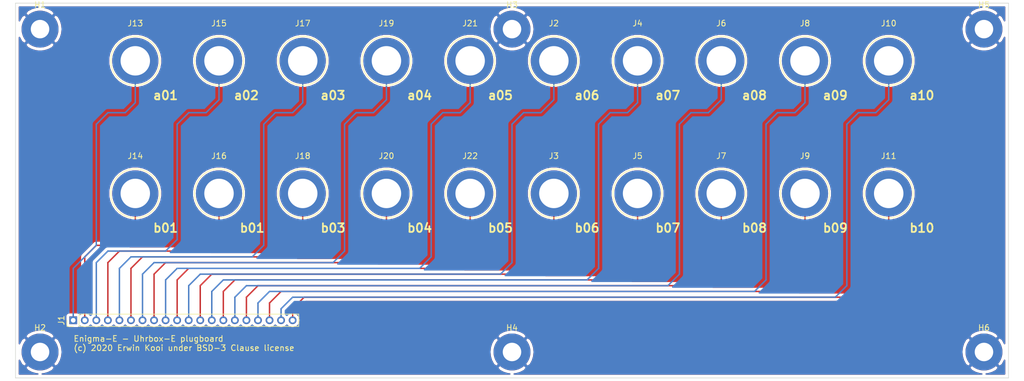
<source format=kicad_pcb>
(kicad_pcb (version 20171130) (host pcbnew 5.1.6-c6e7f7d~87~ubuntu20.04.1)

  (general
    (thickness 1.6)
    (drawings 25)
    (tracks 140)
    (zones 0)
    (modules 27)
    (nets 22)
  )

  (page A4)
  (layers
    (0 F.Cu signal)
    (31 B.Cu signal)
    (32 B.Adhes user)
    (33 F.Adhes user)
    (34 B.Paste user)
    (35 F.Paste user)
    (36 B.SilkS user)
    (37 F.SilkS user)
    (38 B.Mask user)
    (39 F.Mask user)
    (40 Dwgs.User user)
    (41 Cmts.User user)
    (42 Eco1.User user)
    (43 Eco2.User user)
    (44 Edge.Cuts user)
    (45 Margin user)
    (46 B.CrtYd user)
    (47 F.CrtYd user)
    (48 B.Fab user)
    (49 F.Fab user)
  )

  (setup
    (last_trace_width 0.25)
    (trace_clearance 0.2)
    (zone_clearance 0.508)
    (zone_45_only no)
    (trace_min 0.2)
    (via_size 0.8)
    (via_drill 0.4)
    (via_min_size 0.4)
    (via_min_drill 0.3)
    (uvia_size 0.3)
    (uvia_drill 0.1)
    (uvias_allowed no)
    (uvia_min_size 0.2)
    (uvia_min_drill 0.1)
    (edge_width 0.1)
    (segment_width 0.2)
    (pcb_text_width 0.3)
    (pcb_text_size 1.5 1.5)
    (mod_edge_width 0.15)
    (mod_text_size 1 1)
    (mod_text_width 0.15)
    (pad_size 3.2 3.2)
    (pad_drill 3.2)
    (pad_to_mask_clearance 0)
    (aux_axis_origin 0 0)
    (visible_elements FFFFFF7F)
    (pcbplotparams
      (layerselection 0x010f0_ffffffff)
      (usegerberextensions false)
      (usegerberattributes true)
      (usegerberadvancedattributes true)
      (creategerberjobfile true)
      (excludeedgelayer true)
      (linewidth 0.100000)
      (plotframeref false)
      (viasonmask false)
      (mode 1)
      (useauxorigin false)
      (hpglpennumber 1)
      (hpglpenspeed 20)
      (hpglpendiameter 15.000000)
      (psnegative false)
      (psa4output false)
      (plotreference true)
      (plotvalue false)
      (plotinvisibletext false)
      (padsonsilk false)
      (subtractmaskfromsilk false)
      (outputformat 1)
      (mirror false)
      (drillshape 0)
      (scaleselection 1)
      (outputdirectory "gerber/"))
  )

  (net 0 "")
  (net 1 "Net-(J1-Pad20)")
  (net 2 "Net-(J1-Pad19)")
  (net 3 "Net-(J1-Pad18)")
  (net 4 "Net-(J1-Pad17)")
  (net 5 "Net-(J1-Pad16)")
  (net 6 "Net-(J1-Pad15)")
  (net 7 "Net-(J1-Pad14)")
  (net 8 "Net-(J1-Pad13)")
  (net 9 "Net-(J1-Pad12)")
  (net 10 "Net-(J1-Pad11)")
  (net 11 "Net-(J1-Pad10)")
  (net 12 "Net-(J1-Pad9)")
  (net 13 "Net-(J1-Pad8)")
  (net 14 "Net-(J1-Pad7)")
  (net 15 "Net-(J1-Pad6)")
  (net 16 "Net-(J1-Pad5)")
  (net 17 "Net-(J1-Pad4)")
  (net 18 "Net-(J1-Pad3)")
  (net 19 "Net-(J1-Pad2)")
  (net 20 "Net-(J1-Pad1)")
  (net 21 GND)

  (net_class Default "This is the default net class."
    (clearance 0.2)
    (trace_width 0.25)
    (via_dia 0.8)
    (via_drill 0.4)
    (uvia_dia 0.3)
    (uvia_drill 0.1)
    (add_net GND)
    (add_net "Net-(J1-Pad1)")
    (add_net "Net-(J1-Pad10)")
    (add_net "Net-(J1-Pad11)")
    (add_net "Net-(J1-Pad12)")
    (add_net "Net-(J1-Pad13)")
    (add_net "Net-(J1-Pad14)")
    (add_net "Net-(J1-Pad15)")
    (add_net "Net-(J1-Pad16)")
    (add_net "Net-(J1-Pad17)")
    (add_net "Net-(J1-Pad18)")
    (add_net "Net-(J1-Pad19)")
    (add_net "Net-(J1-Pad2)")
    (add_net "Net-(J1-Pad20)")
    (add_net "Net-(J1-Pad3)")
    (add_net "Net-(J1-Pad4)")
    (add_net "Net-(J1-Pad5)")
    (add_net "Net-(J1-Pad6)")
    (add_net "Net-(J1-Pad7)")
    (add_net "Net-(J1-Pad8)")
    (add_net "Net-(J1-Pad9)")
  )

  (module MountingHole:MountingHole_3.2mm_M3_Pad (layer F.Cu) (tedit 56D1B4CB) (tstamp 5F691061)
    (at 167.75 60.5)
    (descr "Mounting Hole 3.2mm, M3")
    (tags "mounting hole 3.2mm m3")
    (path /5F6931A0)
    (attr virtual)
    (fp_text reference H6 (at 0 -4.2) (layer F.SilkS)
      (effects (font (size 1 1) (thickness 0.15)))
    )
    (fp_text value MountingHole_Pad (at 0 4.2) (layer F.Fab)
      (effects (font (size 1 1) (thickness 0.15)))
    )
    (fp_circle (center 0 0) (end 3.2 0) (layer Cmts.User) (width 0.15))
    (fp_circle (center 0 0) (end 3.45 0) (layer F.CrtYd) (width 0.05))
    (fp_text user %R (at 0.3 0) (layer F.Fab)
      (effects (font (size 1 1) (thickness 0.15)))
    )
    (pad 1 thru_hole circle (at 0 0) (size 6.4 6.4) (drill 3.2) (layers *.Cu *.Mask)
      (net 21 GND))
  )

  (module MountingHole:MountingHole_3.2mm_M3_Pad (layer F.Cu) (tedit 56D1B4CB) (tstamp 5F691059)
    (at 167.75 4.5)
    (descr "Mounting Hole 3.2mm, M3")
    (tags "mounting hole 3.2mm m3")
    (path /5F692F9B)
    (attr virtual)
    (fp_text reference H5 (at 0 -4.2) (layer F.SilkS)
      (effects (font (size 1 1) (thickness 0.15)))
    )
    (fp_text value MountingHole_Pad (at 0 4.2) (layer F.Fab)
      (effects (font (size 1 1) (thickness 0.15)))
    )
    (fp_circle (center 0 0) (end 3.2 0) (layer Cmts.User) (width 0.15))
    (fp_circle (center 0 0) (end 3.45 0) (layer F.CrtYd) (width 0.05))
    (fp_text user %R (at 0.3 0) (layer F.Fab)
      (effects (font (size 1 1) (thickness 0.15)))
    )
    (pad 1 thru_hole circle (at 0 0) (size 6.4 6.4) (drill 3.2) (layers *.Cu *.Mask)
      (net 21 GND))
  )

  (module MountingHole:MountingHole_3.2mm_M3_Pad (layer F.Cu) (tedit 56D1B4CB) (tstamp 5F691051)
    (at 86 60.5)
    (descr "Mounting Hole 3.2mm, M3")
    (tags "mounting hole 3.2mm m3")
    (path /5F692297)
    (attr virtual)
    (fp_text reference H4 (at 0 -4.2) (layer F.SilkS)
      (effects (font (size 1 1) (thickness 0.15)))
    )
    (fp_text value MountingHole_Pad (at 0 4.2) (layer F.Fab)
      (effects (font (size 1 1) (thickness 0.15)))
    )
    (fp_circle (center 0 0) (end 3.2 0) (layer Cmts.User) (width 0.15))
    (fp_circle (center 0 0) (end 3.45 0) (layer F.CrtYd) (width 0.05))
    (fp_text user %R (at 0.3 0) (layer F.Fab)
      (effects (font (size 1 1) (thickness 0.15)))
    )
    (pad 1 thru_hole circle (at 0 0) (size 6.4 6.4) (drill 3.2) (layers *.Cu *.Mask)
      (net 21 GND))
  )

  (module MountingHole:MountingHole_3.2mm_M3_Pad (layer F.Cu) (tedit 56D1B4CB) (tstamp 5F691049)
    (at 86 4.5)
    (descr "Mounting Hole 3.2mm, M3")
    (tags "mounting hole 3.2mm m3")
    (path /5F693E53)
    (attr virtual)
    (fp_text reference H3 (at 0 -4.2) (layer F.SilkS)
      (effects (font (size 1 1) (thickness 0.15)))
    )
    (fp_text value MountingHole_Pad (at 0 4.2) (layer F.Fab)
      (effects (font (size 1 1) (thickness 0.15)))
    )
    (fp_circle (center 0 0) (end 3.2 0) (layer Cmts.User) (width 0.15))
    (fp_circle (center 0 0) (end 3.45 0) (layer F.CrtYd) (width 0.05))
    (fp_text user %R (at 0.3 0) (layer F.Fab)
      (effects (font (size 1 1) (thickness 0.15)))
    )
    (pad 1 thru_hole circle (at 0 0) (size 6.4 6.4) (drill 3.2) (layers *.Cu *.Mask)
      (net 21 GND))
  )

  (module MountingHole:MountingHole_3.2mm_M3_Pad (layer F.Cu) (tedit 56D1B4CB) (tstamp 5F691041)
    (at 4.25 60.5)
    (descr "Mounting Hole 3.2mm, M3")
    (tags "mounting hole 3.2mm m3")
    (path /5F693AA7)
    (attr virtual)
    (fp_text reference H2 (at 0 -4.2) (layer F.SilkS)
      (effects (font (size 1 1) (thickness 0.15)))
    )
    (fp_text value MountingHole_Pad (at 0 4.2) (layer F.Fab)
      (effects (font (size 1 1) (thickness 0.15)))
    )
    (fp_circle (center 0 0) (end 3.2 0) (layer Cmts.User) (width 0.15))
    (fp_circle (center 0 0) (end 3.45 0) (layer F.CrtYd) (width 0.05))
    (fp_text user %R (at 0.3 0) (layer F.Fab)
      (effects (font (size 1 1) (thickness 0.15)))
    )
    (pad 1 thru_hole circle (at 0 0) (size 6.4 6.4) (drill 3.2) (layers *.Cu *.Mask)
      (net 21 GND))
  )

  (module MountingHole:MountingHole_3.2mm_M3_Pad (layer F.Cu) (tedit 56D1B4CB) (tstamp 5F691039)
    (at 4.25 4.5)
    (descr "Mounting Hole 3.2mm, M3")
    (tags "mounting hole 3.2mm m3")
    (path /5F693397)
    (attr virtual)
    (fp_text reference H1 (at 0 -4.2) (layer F.SilkS)
      (effects (font (size 1 1) (thickness 0.15)))
    )
    (fp_text value MountingHole_Pad (at 0 4.2) (layer F.Fab)
      (effects (font (size 1 1) (thickness 0.15)))
    )
    (fp_circle (center 0 0) (end 3.2 0) (layer Cmts.User) (width 0.15))
    (fp_circle (center 0 0) (end 3.45 0) (layer F.CrtYd) (width 0.05))
    (fp_text user %R (at 0.3 0) (layer F.Fab)
      (effects (font (size 1 1) (thickness 0.15)))
    )
    (pad 1 thru_hole circle (at 0 0) (size 6.4 6.4) (drill 3.2) (layers *.Cu *.Mask)
      (net 21 GND))
  )

  (module Uhrbox-E-plugboard:Banana_Jack_1Pin_26mm (layer F.Cu) (tedit 5F462584) (tstamp 5F46833D)
    (at 35.25 10)
    (descr "Single banana socket, footprint - 6mm drill")
    (tags "banana socket")
    (path /5F4944B4)
    (fp_text reference J15 (at 0 -6.5) (layer F.SilkS)
      (effects (font (size 1 1) (thickness 0.15)))
    )
    (fp_text value Conn_01x01_MountingPin (at -0.25 6.5) (layer F.Fab)
      (effects (font (size 1 1) (thickness 0.15)))
    )
    (fp_circle (center 0 0) (end 4.25 0) (layer F.SilkS) (width 0.12))
    (fp_circle (center 0 0) (end 4.25 0) (layer F.Fab) (width 0.1))
    (fp_circle (center 0 0) (end 2 0) (layer F.Fab) (width 0.1))
    (fp_circle (center 0 0) (end 4.5 0) (layer F.CrtYd) (width 0.05))
    (fp_text user %R (at 0 0) (layer F.Fab)
      (effects (font (size 0.8 0.8) (thickness 0.12)))
    )
    (pad 1 thru_hole circle (at 0 0) (size 8 8) (drill 5.1) (layers *.Cu *.Mask)
      (net 18 "Net-(J1-Pad3)"))
    (model ${KISYS3DMOD}/Connector.3dshapes/Banana_Jack_1Pin.wrl
      (at (xyz 0 0 0))
      (scale (xyz 2 2 2))
      (rotate (xyz 0 0 0))
    )
  )

  (module Uhrbox-E-plugboard:Banana_Jack_1Pin_26mm (layer F.Cu) (tedit 5F462584) (tstamp 5F468347)
    (at 35.25 33)
    (descr "Single banana socket, footprint - 6mm drill")
    (tags "banana socket")
    (path /5F4944AE)
    (fp_text reference J16 (at 0 -6.5) (layer F.SilkS)
      (effects (font (size 1 1) (thickness 0.15)))
    )
    (fp_text value Conn_01x01_MountingPin (at -0.25 6.5) (layer F.Fab)
      (effects (font (size 1 1) (thickness 0.15)))
    )
    (fp_circle (center 0 0) (end 4.25 0) (layer F.SilkS) (width 0.12))
    (fp_circle (center 0 0) (end 4.25 0) (layer F.Fab) (width 0.1))
    (fp_circle (center 0 0) (end 2 0) (layer F.Fab) (width 0.1))
    (fp_circle (center 0 0) (end 4.5 0) (layer F.CrtYd) (width 0.05))
    (fp_text user %R (at 0 0) (layer F.Fab)
      (effects (font (size 0.8 0.8) (thickness 0.12)))
    )
    (pad 1 thru_hole circle (at 0 0) (size 8 8) (drill 5.1) (layers *.Cu *.Mask)
      (net 17 "Net-(J1-Pad4)"))
    (model ${KISYS3DMOD}/Connector.3dshapes/Banana_Jack_1Pin.wrl
      (at (xyz 0 0 0))
      (scale (xyz 2 2 2))
      (rotate (xyz 0 0 0))
    )
  )

  (module Uhrbox-E-plugboard:Banana_Jack_1Pin_26mm (layer F.Cu) (tedit 5F462584) (tstamp 5F468383)
    (at 78.75 33)
    (descr "Single banana socket, footprint - 6mm drill")
    (tags "banana socket")
    (path /5F49448A)
    (fp_text reference J22 (at 0 -6.5) (layer F.SilkS)
      (effects (font (size 1 1) (thickness 0.15)))
    )
    (fp_text value Conn_01x01_MountingPin (at -0.25 6.5) (layer F.Fab)
      (effects (font (size 1 1) (thickness 0.15)))
    )
    (fp_circle (center 0 0) (end 4.25 0) (layer F.SilkS) (width 0.12))
    (fp_circle (center 0 0) (end 4.25 0) (layer F.Fab) (width 0.1))
    (fp_circle (center 0 0) (end 2 0) (layer F.Fab) (width 0.1))
    (fp_circle (center 0 0) (end 4.5 0) (layer F.CrtYd) (width 0.05))
    (fp_text user %R (at 0 0) (layer F.Fab)
      (effects (font (size 0.8 0.8) (thickness 0.12)))
    )
    (pad 1 thru_hole circle (at 0 0) (size 8 8) (drill 5.1) (layers *.Cu *.Mask)
      (net 11 "Net-(J1-Pad10)"))
    (model ${KISYS3DMOD}/Connector.3dshapes/Banana_Jack_1Pin.wrl
      (at (xyz 0 0 0))
      (scale (xyz 2 2 2))
      (rotate (xyz 0 0 0))
    )
  )

  (module Uhrbox-E-plugboard:Banana_Jack_1Pin_26mm (layer F.Cu) (tedit 5F462584) (tstamp 5F468379)
    (at 78.75 10)
    (descr "Single banana socket, footprint - 6mm drill")
    (tags "banana socket")
    (path /5F494490)
    (fp_text reference J21 (at 0 -6.5) (layer F.SilkS)
      (effects (font (size 1 1) (thickness 0.15)))
    )
    (fp_text value Conn_01x01_MountingPin (at -0.25 6.5) (layer F.Fab)
      (effects (font (size 1 1) (thickness 0.15)))
    )
    (fp_circle (center 0 0) (end 4.25 0) (layer F.SilkS) (width 0.12))
    (fp_circle (center 0 0) (end 4.25 0) (layer F.Fab) (width 0.1))
    (fp_circle (center 0 0) (end 2 0) (layer F.Fab) (width 0.1))
    (fp_circle (center 0 0) (end 4.5 0) (layer F.CrtYd) (width 0.05))
    (fp_text user %R (at 0 0) (layer F.Fab)
      (effects (font (size 0.8 0.8) (thickness 0.12)))
    )
    (pad 1 thru_hole circle (at 0 0) (size 8 8) (drill 5.1) (layers *.Cu *.Mask)
      (net 12 "Net-(J1-Pad9)"))
    (model ${KISYS3DMOD}/Connector.3dshapes/Banana_Jack_1Pin.wrl
      (at (xyz 0 0 0))
      (scale (xyz 2 2 2))
      (rotate (xyz 0 0 0))
    )
  )

  (module Uhrbox-E-plugboard:Banana_Jack_1Pin_26mm (layer F.Cu) (tedit 5F462584) (tstamp 5F46836F)
    (at 64.25 33)
    (descr "Single banana socket, footprint - 6mm drill")
    (tags "banana socket")
    (path /5F494496)
    (fp_text reference J20 (at 0 -6.5) (layer F.SilkS)
      (effects (font (size 1 1) (thickness 0.15)))
    )
    (fp_text value Conn_01x01_MountingPin (at -0.25 6.5) (layer F.Fab)
      (effects (font (size 1 1) (thickness 0.15)))
    )
    (fp_circle (center 0 0) (end 4.25 0) (layer F.SilkS) (width 0.12))
    (fp_circle (center 0 0) (end 4.25 0) (layer F.Fab) (width 0.1))
    (fp_circle (center 0 0) (end 2 0) (layer F.Fab) (width 0.1))
    (fp_circle (center 0 0) (end 4.5 0) (layer F.CrtYd) (width 0.05))
    (fp_text user %R (at 0 0) (layer F.Fab)
      (effects (font (size 0.8 0.8) (thickness 0.12)))
    )
    (pad 1 thru_hole circle (at 0 0) (size 8 8) (drill 5.1) (layers *.Cu *.Mask)
      (net 13 "Net-(J1-Pad8)"))
    (model ${KISYS3DMOD}/Connector.3dshapes/Banana_Jack_1Pin.wrl
      (at (xyz 0 0 0))
      (scale (xyz 2 2 2))
      (rotate (xyz 0 0 0))
    )
  )

  (module Uhrbox-E-plugboard:Banana_Jack_1Pin_26mm (layer F.Cu) (tedit 5F462584) (tstamp 5F468365)
    (at 64.25 10)
    (descr "Single banana socket, footprint - 6mm drill")
    (tags "banana socket")
    (path /5F49449C)
    (fp_text reference J19 (at 0 -6.5) (layer F.SilkS)
      (effects (font (size 1 1) (thickness 0.15)))
    )
    (fp_text value Conn_01x01_MountingPin (at -0.25 6.5) (layer F.Fab)
      (effects (font (size 1 1) (thickness 0.15)))
    )
    (fp_circle (center 0 0) (end 4.25 0) (layer F.SilkS) (width 0.12))
    (fp_circle (center 0 0) (end 4.25 0) (layer F.Fab) (width 0.1))
    (fp_circle (center 0 0) (end 2 0) (layer F.Fab) (width 0.1))
    (fp_circle (center 0 0) (end 4.5 0) (layer F.CrtYd) (width 0.05))
    (fp_text user %R (at 15.09 22.4) (layer F.Fab)
      (effects (font (size 0.8 0.8) (thickness 0.12)))
    )
    (pad 1 thru_hole circle (at 0 0) (size 8 8) (drill 5.1) (layers *.Cu *.Mask)
      (net 14 "Net-(J1-Pad7)"))
    (model ${KISYS3DMOD}/Connector.3dshapes/Banana_Jack_1Pin.wrl
      (at (xyz 0 0 0))
      (scale (xyz 2 2 2))
      (rotate (xyz 0 0 0))
    )
  )

  (module Uhrbox-E-plugboard:Banana_Jack_1Pin_26mm (layer F.Cu) (tedit 5F462584) (tstamp 5F46835B)
    (at 49.75 33)
    (descr "Single banana socket, footprint - 6mm drill")
    (tags "banana socket")
    (path /5F4944A2)
    (fp_text reference J18 (at 0 -6.5) (layer F.SilkS)
      (effects (font (size 1 1) (thickness 0.15)))
    )
    (fp_text value Conn_01x01_MountingPin (at -0.25 6.5) (layer F.Fab)
      (effects (font (size 1 1) (thickness 0.15)))
    )
    (fp_circle (center 0 0) (end 4.25 0) (layer F.SilkS) (width 0.12))
    (fp_circle (center 0 0) (end 4.25 0) (layer F.Fab) (width 0.1))
    (fp_circle (center 0 0) (end 2 0) (layer F.Fab) (width 0.1))
    (fp_circle (center 0 0) (end 4.5 0) (layer F.CrtYd) (width 0.05))
    (fp_text user %R (at 0 0) (layer F.Fab)
      (effects (font (size 0.8 0.8) (thickness 0.12)))
    )
    (pad 1 thru_hole circle (at 0 0) (size 8 8) (drill 5.1) (layers *.Cu *.Mask)
      (net 15 "Net-(J1-Pad6)"))
    (model ${KISYS3DMOD}/Connector.3dshapes/Banana_Jack_1Pin.wrl
      (at (xyz 0 0 0))
      (scale (xyz 2 2 2))
      (rotate (xyz 0 0 0))
    )
  )

  (module Uhrbox-E-plugboard:Banana_Jack_1Pin_26mm (layer F.Cu) (tedit 5F462584) (tstamp 5F468351)
    (at 49.75 10)
    (descr "Single banana socket, footprint - 6mm drill")
    (tags "banana socket")
    (path /5F4944A8)
    (fp_text reference J17 (at 0 -6.5) (layer F.SilkS)
      (effects (font (size 1 1) (thickness 0.15)))
    )
    (fp_text value Conn_01x01_MountingPin (at -0.25 6.5) (layer F.Fab)
      (effects (font (size 1 1) (thickness 0.15)))
    )
    (fp_circle (center 0 0) (end 4.25 0) (layer F.SilkS) (width 0.12))
    (fp_circle (center 0 0) (end 4.25 0) (layer F.Fab) (width 0.1))
    (fp_circle (center 0 0) (end 2 0) (layer F.Fab) (width 0.1))
    (fp_circle (center 0 0) (end 4.5 0) (layer F.CrtYd) (width 0.05))
    (fp_text user %R (at 0 0) (layer F.Fab)
      (effects (font (size 0.8 0.8) (thickness 0.12)))
    )
    (pad 1 thru_hole circle (at 0 0) (size 8 8) (drill 5.1) (layers *.Cu *.Mask)
      (net 16 "Net-(J1-Pad5)"))
    (model ${KISYS3DMOD}/Connector.3dshapes/Banana_Jack_1Pin.wrl
      (at (xyz 0 0 0))
      (scale (xyz 2 2 2))
      (rotate (xyz 0 0 0))
    )
  )

  (module Uhrbox-E-plugboard:Banana_Jack_1Pin_26mm (layer F.Cu) (tedit 5F462584) (tstamp 5F468333)
    (at 20.75 33)
    (descr "Single banana socket, footprint - 6mm drill")
    (tags "banana socket")
    (path /5F4944BA)
    (fp_text reference J14 (at 0 -6.5) (layer F.SilkS)
      (effects (font (size 1 1) (thickness 0.15)))
    )
    (fp_text value Conn_01x01_MountingPin (at -0.25 6.5) (layer F.Fab)
      (effects (font (size 1 1) (thickness 0.15)))
    )
    (fp_circle (center 0 0) (end 4.25 0) (layer F.SilkS) (width 0.12))
    (fp_circle (center 0 0) (end 4.25 0) (layer F.Fab) (width 0.1))
    (fp_circle (center 0 0) (end 2 0) (layer F.Fab) (width 0.1))
    (fp_circle (center 0 0) (end 4.5 0) (layer F.CrtYd) (width 0.05))
    (fp_text user %R (at 0 0) (layer F.Fab)
      (effects (font (size 0.8 0.8) (thickness 0.12)))
    )
    (pad 1 thru_hole circle (at 0 0) (size 8 8) (drill 5.1) (layers *.Cu *.Mask)
      (net 19 "Net-(J1-Pad2)"))
    (model ${KISYS3DMOD}/Connector.3dshapes/Banana_Jack_1Pin.wrl
      (at (xyz 0 0 0))
      (scale (xyz 2 2 2))
      (rotate (xyz 0 0 0))
    )
  )

  (module Uhrbox-E-plugboard:Banana_Jack_1Pin_26mm (layer F.Cu) (tedit 5F462584) (tstamp 5F468329)
    (at 20.75 10)
    (descr "Single banana socket, footprint - 6mm drill")
    (tags "banana socket")
    (path /5F494484)
    (fp_text reference J13 (at 0 -6.5) (layer F.SilkS)
      (effects (font (size 1 1) (thickness 0.15)))
    )
    (fp_text value Conn_01x01_MountingPin (at -0.25 6.5) (layer F.Fab)
      (effects (font (size 1 1) (thickness 0.15)))
    )
    (fp_circle (center 0 0) (end 4.25 0) (layer F.SilkS) (width 0.12))
    (fp_circle (center 0 0) (end 4.25 0) (layer F.Fab) (width 0.1))
    (fp_circle (center 0 0) (end 2 0) (layer F.Fab) (width 0.1))
    (fp_circle (center 0 0) (end 4.5 0) (layer F.CrtYd) (width 0.05))
    (fp_text user %R (at 0 0) (layer F.Fab)
      (effects (font (size 0.8 0.8) (thickness 0.12)))
    )
    (pad 1 thru_hole circle (at 0 0) (size 8 8) (drill 5.1) (layers *.Cu *.Mask)
      (net 20 "Net-(J1-Pad1)"))
    (model ${KISYS3DMOD}/Connector.3dshapes/Banana_Jack_1Pin.wrl
      (at (xyz 0 0 0))
      (scale (xyz 2 2 2))
      (rotate (xyz 0 0 0))
    )
  )

  (module Uhrbox-E-plugboard:Banana_Jack_1Pin_26mm (layer F.Cu) (tedit 5F462584) (tstamp 5F46831F)
    (at 151.25 33)
    (descr "Single banana socket, footprint - 6mm drill")
    (tags "banana socket")
    (path /5F464B83)
    (fp_text reference J11 (at 0 -6.5) (layer F.SilkS)
      (effects (font (size 1 1) (thickness 0.15)))
    )
    (fp_text value Conn_01x01_MountingPin (at -0.25 6.5) (layer F.Fab)
      (effects (font (size 1 1) (thickness 0.15)))
    )
    (fp_circle (center 0 0) (end 4.25 0) (layer F.SilkS) (width 0.12))
    (fp_circle (center 0 0) (end 4.25 0) (layer F.Fab) (width 0.1))
    (fp_circle (center 0 0) (end 2 0) (layer F.Fab) (width 0.1))
    (fp_circle (center 0 0) (end 4.5 0) (layer F.CrtYd) (width 0.05))
    (fp_text user %R (at 0 0) (layer F.Fab)
      (effects (font (size 0.8 0.8) (thickness 0.12)))
    )
    (pad 1 thru_hole circle (at 0 0) (size 8 8) (drill 5.1) (layers *.Cu *.Mask)
      (net 1 "Net-(J1-Pad20)"))
    (model ${KISYS3DMOD}/Connector.3dshapes/Banana_Jack_1Pin.wrl
      (at (xyz 0 0 0))
      (scale (xyz 2 2 2))
      (rotate (xyz 0 0 0))
    )
  )

  (module Uhrbox-E-plugboard:Banana_Jack_1Pin_26mm (layer F.Cu) (tedit 5F462584) (tstamp 5F468315)
    (at 151.25 10)
    (descr "Single banana socket, footprint - 6mm drill")
    (tags "banana socket")
    (path /5F46486F)
    (fp_text reference J10 (at 0 -6.5) (layer F.SilkS)
      (effects (font (size 1 1) (thickness 0.15)))
    )
    (fp_text value Conn_01x01_MountingPin (at -0.25 6.5) (layer F.Fab)
      (effects (font (size 1 1) (thickness 0.15)))
    )
    (fp_circle (center 0 0) (end 4.25 0) (layer F.SilkS) (width 0.12))
    (fp_circle (center 0 0) (end 4.25 0) (layer F.Fab) (width 0.1))
    (fp_circle (center 0 0) (end 2 0) (layer F.Fab) (width 0.1))
    (fp_circle (center 0 0) (end 4.5 0) (layer F.CrtYd) (width 0.05))
    (fp_text user %R (at 0 0) (layer F.Fab)
      (effects (font (size 0.8 0.8) (thickness 0.12)))
    )
    (pad 1 thru_hole circle (at 0 0) (size 8 8) (drill 5.1) (layers *.Cu *.Mask)
      (net 2 "Net-(J1-Pad19)"))
    (model ${KISYS3DMOD}/Connector.3dshapes/Banana_Jack_1Pin.wrl
      (at (xyz 0 0 0))
      (scale (xyz 2 2 2))
      (rotate (xyz 0 0 0))
    )
  )

  (module Uhrbox-E-plugboard:Banana_Jack_1Pin_26mm (layer F.Cu) (tedit 5F462584) (tstamp 5F46830B)
    (at 136.75 33)
    (descr "Single banana socket, footprint - 6mm drill")
    (tags "banana socket")
    (path /5F4645C5)
    (fp_text reference J9 (at 0 -6.5) (layer F.SilkS)
      (effects (font (size 1 1) (thickness 0.15)))
    )
    (fp_text value Conn_01x01_MountingPin (at -0.25 6.5) (layer F.Fab)
      (effects (font (size 1 1) (thickness 0.15)))
    )
    (fp_circle (center 0 0) (end 4.25 0) (layer F.SilkS) (width 0.12))
    (fp_circle (center 0 0) (end 4.25 0) (layer F.Fab) (width 0.1))
    (fp_circle (center 0 0) (end 2 0) (layer F.Fab) (width 0.1))
    (fp_circle (center 0 0) (end 4.5 0) (layer F.CrtYd) (width 0.05))
    (fp_text user %R (at 0 0) (layer F.Fab)
      (effects (font (size 0.8 0.8) (thickness 0.12)))
    )
    (pad 1 thru_hole circle (at 0 0) (size 8 8) (drill 5.1) (layers *.Cu *.Mask)
      (net 3 "Net-(J1-Pad18)"))
    (model ${KISYS3DMOD}/Connector.3dshapes/Banana_Jack_1Pin.wrl
      (at (xyz 0 0 0))
      (scale (xyz 2 2 2))
      (rotate (xyz 0 0 0))
    )
  )

  (module Uhrbox-E-plugboard:Banana_Jack_1Pin_26mm (layer F.Cu) (tedit 5F462584) (tstamp 5F468301)
    (at 136.75 10)
    (descr "Single banana socket, footprint - 6mm drill")
    (tags "banana socket")
    (path /5F464353)
    (fp_text reference J8 (at 0 -6.5) (layer F.SilkS)
      (effects (font (size 1 1) (thickness 0.15)))
    )
    (fp_text value Conn_01x01_MountingPin (at -0.25 6.5) (layer F.Fab)
      (effects (font (size 1 1) (thickness 0.15)))
    )
    (fp_circle (center 0 0) (end 4.25 0) (layer F.SilkS) (width 0.12))
    (fp_circle (center 0 0) (end 4.25 0) (layer F.Fab) (width 0.1))
    (fp_circle (center 0 0) (end 2 0) (layer F.Fab) (width 0.1))
    (fp_circle (center 0 0) (end 4.5 0) (layer F.CrtYd) (width 0.05))
    (fp_text user %R (at 0 0) (layer F.Fab)
      (effects (font (size 0.8 0.8) (thickness 0.12)))
    )
    (pad 1 thru_hole circle (at 0 0) (size 8 8) (drill 5.1) (layers *.Cu *.Mask)
      (net 4 "Net-(J1-Pad17)"))
    (model ${KISYS3DMOD}/Connector.3dshapes/Banana_Jack_1Pin.wrl
      (at (xyz 0 0 0))
      (scale (xyz 2 2 2))
      (rotate (xyz 0 0 0))
    )
  )

  (module Uhrbox-E-plugboard:Banana_Jack_1Pin_26mm (layer F.Cu) (tedit 5F462584) (tstamp 5F4682F7)
    (at 122.25 33)
    (descr "Single banana socket, footprint - 6mm drill")
    (tags "banana socket")
    (path /5F464141)
    (fp_text reference J7 (at 0 -6.5) (layer F.SilkS)
      (effects (font (size 1 1) (thickness 0.15)))
    )
    (fp_text value Conn_01x01_MountingPin (at -0.25 6.5) (layer F.Fab)
      (effects (font (size 1 1) (thickness 0.15)))
    )
    (fp_circle (center 0 0) (end 4.25 0) (layer F.SilkS) (width 0.12))
    (fp_circle (center 0 0) (end 4.25 0) (layer F.Fab) (width 0.1))
    (fp_circle (center 0 0) (end 2 0) (layer F.Fab) (width 0.1))
    (fp_circle (center 0 0) (end 4.5 0) (layer F.CrtYd) (width 0.05))
    (fp_text user %R (at 0 0) (layer F.Fab)
      (effects (font (size 0.8 0.8) (thickness 0.12)))
    )
    (pad 1 thru_hole circle (at 0 0) (size 8 8) (drill 5.1) (layers *.Cu *.Mask)
      (net 5 "Net-(J1-Pad16)"))
    (model ${KISYS3DMOD}/Connector.3dshapes/Banana_Jack_1Pin.wrl
      (at (xyz 0 0 0))
      (scale (xyz 2 2 2))
      (rotate (xyz 0 0 0))
    )
  )

  (module Uhrbox-E-plugboard:Banana_Jack_1Pin_26mm (layer F.Cu) (tedit 5F462584) (tstamp 5F4682ED)
    (at 122.25 10)
    (descr "Single banana socket, footprint - 6mm drill")
    (tags "banana socket")
    (path /5F463C19)
    (fp_text reference J6 (at 0 -6.5) (layer F.SilkS)
      (effects (font (size 1 1) (thickness 0.15)))
    )
    (fp_text value Conn_01x01_MountingPin (at -0.25 6.5) (layer F.Fab)
      (effects (font (size 1 1) (thickness 0.15)))
    )
    (fp_circle (center 0 0) (end 4.25 0) (layer F.SilkS) (width 0.12))
    (fp_circle (center 0 0) (end 4.25 0) (layer F.Fab) (width 0.1))
    (fp_circle (center 0 0) (end 2 0) (layer F.Fab) (width 0.1))
    (fp_circle (center 0 0) (end 4.5 0) (layer F.CrtYd) (width 0.05))
    (fp_text user %R (at 0 0) (layer F.Fab)
      (effects (font (size 0.8 0.8) (thickness 0.12)))
    )
    (pad 1 thru_hole circle (at 0 0) (size 8 8) (drill 5.1) (layers *.Cu *.Mask)
      (net 6 "Net-(J1-Pad15)"))
    (model ${KISYS3DMOD}/Connector.3dshapes/Banana_Jack_1Pin.wrl
      (at (xyz 0 0 0))
      (scale (xyz 2 2 2))
      (rotate (xyz 0 0 0))
    )
  )

  (module Uhrbox-E-plugboard:Banana_Jack_1Pin_26mm (layer F.Cu) (tedit 5F462584) (tstamp 5F4682E3)
    (at 107.75 33)
    (descr "Single banana socket, footprint - 6mm drill")
    (tags "banana socket")
    (path /5F4638D8)
    (fp_text reference J5 (at 0 -6.5) (layer F.SilkS)
      (effects (font (size 1 1) (thickness 0.15)))
    )
    (fp_text value Conn_01x01_MountingPin (at -0.25 6.5) (layer F.Fab)
      (effects (font (size 1 1) (thickness 0.15)))
    )
    (fp_circle (center 0 0) (end 4.25 0) (layer F.SilkS) (width 0.12))
    (fp_circle (center 0 0) (end 4.25 0) (layer F.Fab) (width 0.1))
    (fp_circle (center 0 0) (end 2 0) (layer F.Fab) (width 0.1))
    (fp_circle (center 0 0) (end 4.5 0) (layer F.CrtYd) (width 0.05))
    (fp_text user %R (at 0 0) (layer F.Fab)
      (effects (font (size 0.8 0.8) (thickness 0.12)))
    )
    (pad 1 thru_hole circle (at 0 0) (size 8 8) (drill 5.1) (layers *.Cu *.Mask)
      (net 7 "Net-(J1-Pad14)"))
    (model ${KISYS3DMOD}/Connector.3dshapes/Banana_Jack_1Pin.wrl
      (at (xyz 0 0 0))
      (scale (xyz 2 2 2))
      (rotate (xyz 0 0 0))
    )
  )

  (module Uhrbox-E-plugboard:Banana_Jack_1Pin_26mm (layer F.Cu) (tedit 5F462584) (tstamp 5F4682D9)
    (at 107.75 10)
    (descr "Single banana socket, footprint - 6mm drill")
    (tags "banana socket")
    (path /5F4636E2)
    (fp_text reference J4 (at 0 -6.5) (layer F.SilkS)
      (effects (font (size 1 1) (thickness 0.15)))
    )
    (fp_text value Conn_01x01_MountingPin (at -0.25 6.5) (layer F.Fab)
      (effects (font (size 1 1) (thickness 0.15)))
    )
    (fp_circle (center 0 0) (end 4.25 0) (layer F.SilkS) (width 0.12))
    (fp_circle (center 0 0) (end 4.25 0) (layer F.Fab) (width 0.1))
    (fp_circle (center 0 0) (end 2 0) (layer F.Fab) (width 0.1))
    (fp_circle (center 0 0) (end 4.5 0) (layer F.CrtYd) (width 0.05))
    (fp_text user %R (at 0 0) (layer F.Fab)
      (effects (font (size 0.8 0.8) (thickness 0.12)))
    )
    (pad 1 thru_hole circle (at 0 0) (size 8 8) (drill 5.1) (layers *.Cu *.Mask)
      (net 8 "Net-(J1-Pad13)"))
    (model ${KISYS3DMOD}/Connector.3dshapes/Banana_Jack_1Pin.wrl
      (at (xyz 0 0 0))
      (scale (xyz 2 2 2))
      (rotate (xyz 0 0 0))
    )
  )

  (module Uhrbox-E-plugboard:Banana_Jack_1Pin_26mm (layer F.Cu) (tedit 5F462584) (tstamp 5F4682CF)
    (at 93.25 33)
    (descr "Single banana socket, footprint - 6mm drill")
    (tags "banana socket")
    (path /5F462250)
    (fp_text reference J3 (at 0 -6.5) (layer F.SilkS)
      (effects (font (size 1 1) (thickness 0.15)))
    )
    (fp_text value Conn_01x01_MountingPin (at -0.25 6.5) (layer F.Fab)
      (effects (font (size 1 1) (thickness 0.15)))
    )
    (fp_circle (center 0 0) (end 4.25 0) (layer F.SilkS) (width 0.12))
    (fp_circle (center 0 0) (end 4.25 0) (layer F.Fab) (width 0.1))
    (fp_circle (center 0 0) (end 2 0) (layer F.Fab) (width 0.1))
    (fp_circle (center 0 0) (end 4.5 0) (layer F.CrtYd) (width 0.05))
    (fp_text user %R (at 0 0) (layer F.Fab)
      (effects (font (size 0.8 0.8) (thickness 0.12)))
    )
    (pad 1 thru_hole circle (at 0 0) (size 8 8) (drill 5.1) (layers *.Cu *.Mask)
      (net 9 "Net-(J1-Pad12)"))
    (model ${KISYS3DMOD}/Connector.3dshapes/Banana_Jack_1Pin.wrl
      (at (xyz 0 0 0))
      (scale (xyz 2 2 2))
      (rotate (xyz 0 0 0))
    )
  )

  (module Uhrbox-E-plugboard:Banana_Jack_1Pin_26mm (layer F.Cu) (tedit 5F462584) (tstamp 5F4682C5)
    (at 93.25 10)
    (descr "Single banana socket, footprint - 6mm drill")
    (tags "banana socket")
    (path /5F465618)
    (fp_text reference J2 (at 0 -6.5) (layer F.SilkS)
      (effects (font (size 1 1) (thickness 0.15)))
    )
    (fp_text value Conn_01x01_MountingPin (at -0.25 6.5) (layer F.Fab)
      (effects (font (size 1 1) (thickness 0.15)))
    )
    (fp_circle (center 0 0) (end 4.25 0) (layer F.SilkS) (width 0.12))
    (fp_circle (center 0 0) (end 4.25 0) (layer F.Fab) (width 0.1))
    (fp_circle (center 0 0) (end 2 0) (layer F.Fab) (width 0.1))
    (fp_circle (center 0 0) (end 4.5 0) (layer F.CrtYd) (width 0.05))
    (fp_text user %R (at 0 0) (layer F.Fab)
      (effects (font (size 0.8 0.8) (thickness 0.12)))
    )
    (pad 1 thru_hole circle (at 0 0) (size 8 8) (drill 5.1) (layers *.Cu *.Mask)
      (net 10 "Net-(J1-Pad11)"))
    (model ${KISYS3DMOD}/Connector.3dshapes/Banana_Jack_1Pin.wrl
      (at (xyz 0 0 0))
      (scale (xyz 2 2 2))
      (rotate (xyz 0 0 0))
    )
  )

  (module Connector_PinHeader_2.00mm:PinHeader_1x20_P2.00mm_Vertical (layer F.Cu) (tedit 59FED667) (tstamp 5F4682BB)
    (at 10 55 90)
    (descr "Through hole straight pin header, 1x20, 2.00mm pitch, single row")
    (tags "Through hole pin header THT 1x20 2.00mm single row")
    (path /5F4B2FE5)
    (fp_text reference J1 (at 0 -2.06 90) (layer F.SilkS)
      (effects (font (size 1 1) (thickness 0.15)))
    )
    (fp_text value Conn_01x20_Female (at -3 19 180) (layer F.Fab)
      (effects (font (size 1 1) (thickness 0.15)))
    )
    (fp_line (start 1.5 -1.5) (end -1.5 -1.5) (layer F.CrtYd) (width 0.05))
    (fp_line (start 1.5 39.5) (end 1.5 -1.5) (layer F.CrtYd) (width 0.05))
    (fp_line (start -1.5 39.5) (end 1.5 39.5) (layer F.CrtYd) (width 0.05))
    (fp_line (start -1.5 -1.5) (end -1.5 39.5) (layer F.CrtYd) (width 0.05))
    (fp_line (start -1.06 -1.06) (end 0 -1.06) (layer F.SilkS) (width 0.12))
    (fp_line (start -1.06 0) (end -1.06 -1.06) (layer F.SilkS) (width 0.12))
    (fp_line (start -1.06 1) (end 1.06 1) (layer F.SilkS) (width 0.12))
    (fp_line (start 1.06 1) (end 1.06 39.06) (layer F.SilkS) (width 0.12))
    (fp_line (start -1.06 1) (end -1.06 39.06) (layer F.SilkS) (width 0.12))
    (fp_line (start -1.06 39.06) (end 1.06 39.06) (layer F.SilkS) (width 0.12))
    (fp_line (start -1 -0.5) (end -0.5 -1) (layer F.Fab) (width 0.1))
    (fp_line (start -1 39) (end -1 -0.5) (layer F.Fab) (width 0.1))
    (fp_line (start 1 39) (end -1 39) (layer F.Fab) (width 0.1))
    (fp_line (start 1 -1) (end 1 39) (layer F.Fab) (width 0.1))
    (fp_line (start -0.5 -1) (end 1 -1) (layer F.Fab) (width 0.1))
    (fp_text user %R (at 0 19) (layer F.Fab)
      (effects (font (size 1 1) (thickness 0.15)))
    )
    (pad 20 thru_hole oval (at 0 38 90) (size 1.35 1.35) (drill 0.8) (layers *.Cu *.Mask)
      (net 1 "Net-(J1-Pad20)"))
    (pad 19 thru_hole oval (at 0 36 90) (size 1.35 1.35) (drill 0.8) (layers *.Cu *.Mask)
      (net 2 "Net-(J1-Pad19)"))
    (pad 18 thru_hole oval (at 0 34 90) (size 1.35 1.35) (drill 0.8) (layers *.Cu *.Mask)
      (net 3 "Net-(J1-Pad18)"))
    (pad 17 thru_hole oval (at 0 32 90) (size 1.35 1.35) (drill 0.8) (layers *.Cu *.Mask)
      (net 4 "Net-(J1-Pad17)"))
    (pad 16 thru_hole oval (at 0 30 90) (size 1.35 1.35) (drill 0.8) (layers *.Cu *.Mask)
      (net 5 "Net-(J1-Pad16)"))
    (pad 15 thru_hole oval (at 0 28 90) (size 1.35 1.35) (drill 0.8) (layers *.Cu *.Mask)
      (net 6 "Net-(J1-Pad15)"))
    (pad 14 thru_hole oval (at 0 26 90) (size 1.35 1.35) (drill 0.8) (layers *.Cu *.Mask)
      (net 7 "Net-(J1-Pad14)"))
    (pad 13 thru_hole oval (at 0 24 90) (size 1.35 1.35) (drill 0.8) (layers *.Cu *.Mask)
      (net 8 "Net-(J1-Pad13)"))
    (pad 12 thru_hole oval (at 0 22 90) (size 1.35 1.35) (drill 0.8) (layers *.Cu *.Mask)
      (net 9 "Net-(J1-Pad12)"))
    (pad 11 thru_hole oval (at 0 20 90) (size 1.35 1.35) (drill 0.8) (layers *.Cu *.Mask)
      (net 10 "Net-(J1-Pad11)"))
    (pad 10 thru_hole oval (at 0 18 90) (size 1.35 1.35) (drill 0.8) (layers *.Cu *.Mask)
      (net 11 "Net-(J1-Pad10)"))
    (pad 9 thru_hole oval (at 0 16 90) (size 1.35 1.35) (drill 0.8) (layers *.Cu *.Mask)
      (net 12 "Net-(J1-Pad9)"))
    (pad 8 thru_hole oval (at 0 14 90) (size 1.35 1.35) (drill 0.8) (layers *.Cu *.Mask)
      (net 13 "Net-(J1-Pad8)"))
    (pad 7 thru_hole oval (at 0 12 90) (size 1.35 1.35) (drill 0.8) (layers *.Cu *.Mask)
      (net 14 "Net-(J1-Pad7)"))
    (pad 6 thru_hole oval (at 0 10 90) (size 1.35 1.35) (drill 0.8) (layers *.Cu *.Mask)
      (net 15 "Net-(J1-Pad6)"))
    (pad 5 thru_hole oval (at 0 8 90) (size 1.35 1.35) (drill 0.8) (layers *.Cu *.Mask)
      (net 16 "Net-(J1-Pad5)"))
    (pad 4 thru_hole oval (at 0 6 90) (size 1.35 1.35) (drill 0.8) (layers *.Cu *.Mask)
      (net 17 "Net-(J1-Pad4)"))
    (pad 3 thru_hole oval (at 0 4 90) (size 1.35 1.35) (drill 0.8) (layers *.Cu *.Mask)
      (net 18 "Net-(J1-Pad3)"))
    (pad 2 thru_hole oval (at 0 2 90) (size 1.35 1.35) (drill 0.8) (layers *.Cu *.Mask)
      (net 19 "Net-(J1-Pad2)"))
    (pad 1 thru_hole rect (at 0 0 90) (size 1.35 1.35) (drill 0.8) (layers *.Cu *.Mask)
      (net 20 "Net-(J1-Pad1)"))
    (model ${KISYS3DMOD}/Connector_PinHeader_2.00mm.3dshapes/PinHeader_1x20_P2.00mm_Vertical.wrl
      (at (xyz 0 0 0))
      (scale (xyz 1 1 1))
      (rotate (xyz 0 0 0))
    )
  )

  (gr_text "Enigma-E - Uhrbox-E plugboard\n(c) 2020 Erwin Kooi under BSD-3 Clause license" (at 10 59) (layer F.SilkS)
    (effects (font (size 1 1) (thickness 0.15)) (justify left))
  )
  (gr_text b01 (at 26 39) (layer F.SilkS)
    (effects (font (size 1.5 1.5) (thickness 0.3)))
  )
  (gr_text b01 (at 41 39) (layer F.SilkS)
    (effects (font (size 1.5 1.5) (thickness 0.3)))
  )
  (gr_text b03 (at 55 39) (layer F.SilkS)
    (effects (font (size 1.5 1.5) (thickness 0.3)))
  )
  (gr_text b04 (at 70 39) (layer F.SilkS)
    (effects (font (size 1.5 1.5) (thickness 0.3)))
  )
  (gr_text b05 (at 84 39) (layer F.SilkS)
    (effects (font (size 1.5 1.5) (thickness 0.3)))
  )
  (gr_text b06 (at 99 39) (layer F.SilkS)
    (effects (font (size 1.5 1.5) (thickness 0.3)))
  )
  (gr_text b07 (at 113 39) (layer F.SilkS)
    (effects (font (size 1.5 1.5) (thickness 0.3)))
  )
  (gr_text b08 (at 128 39) (layer F.SilkS)
    (effects (font (size 1.5 1.5) (thickness 0.3)))
  )
  (gr_text b09 (at 142 39) (layer F.SilkS)
    (effects (font (size 1.5 1.5) (thickness 0.3)))
  )
  (gr_text b10 (at 157 39) (layer F.SilkS)
    (effects (font (size 1.5 1.5) (thickness 0.3)))
  )
  (gr_text a10 (at 157 16) (layer F.SilkS)
    (effects (font (size 1.5 1.5) (thickness 0.3)))
  )
  (gr_text a09 (at 142 16) (layer F.SilkS)
    (effects (font (size 1.5 1.5) (thickness 0.3)))
  )
  (gr_text a08 (at 128 16) (layer F.SilkS)
    (effects (font (size 1.5 1.5) (thickness 0.3)))
  )
  (gr_text a07 (at 113 16) (layer F.SilkS)
    (effects (font (size 1.5 1.5) (thickness 0.3)))
  )
  (gr_text a06 (at 99 16) (layer F.SilkS)
    (effects (font (size 1.5 1.5) (thickness 0.3)))
  )
  (gr_text a05 (at 84 16) (layer F.SilkS)
    (effects (font (size 1.5 1.5) (thickness 0.3)))
  )
  (gr_text a04 (at 70 16) (layer F.SilkS)
    (effects (font (size 1.5 1.5) (thickness 0.3)))
  )
  (gr_text a03 (at 55 16) (layer F.SilkS)
    (effects (font (size 1.5 1.5) (thickness 0.3)))
  )
  (gr_text a02 (at 40 16) (layer F.SilkS)
    (effects (font (size 1.5 1.5) (thickness 0.3)))
  )
  (gr_text a01 (at 26 16) (layer F.SilkS)
    (effects (font (size 1.5 1.5) (thickness 0.3)))
  )
  (gr_line (start 0 0) (end 0 65) (layer Edge.Cuts) (width 0.1) (tstamp 5F46845F))
  (gr_line (start 0 65) (end 172 65) (layer Edge.Cuts) (width 0.1))
  (gr_line (start 172 0) (end 172 65) (layer Edge.Cuts) (width 0.1))
  (gr_line (start 0 0) (end 172 0) (layer Edge.Cuts) (width 0.1))

  (segment (start 48 55) (end 48 53) (width 0.25) (layer F.Cu) (net 1))
  (segment (start 48 53) (end 50 51) (width 0.25) (layer F.Cu) (net 1))
  (segment (start 50 51) (end 149 51) (width 0.25) (layer F.Cu) (net 1))
  (segment (start 151.25 48.75) (end 149 51) (width 0.25) (layer F.Cu) (net 1))
  (segment (start 151.25 33) (end 151.25 48.75) (width 0.25) (layer F.Cu) (net 1))
  (segment (start 146 19) (end 149 19) (width 0.25) (layer B.Cu) (net 2))
  (segment (start 144 21) (end 146 19) (width 0.25) (layer B.Cu) (net 2))
  (segment (start 144 49) (end 144 21) (width 0.25) (layer B.Cu) (net 2))
  (segment (start 149 19) (end 151.25 16.75) (width 0.25) (layer B.Cu) (net 2))
  (segment (start 142 51) (end 144 49) (width 0.25) (layer B.Cu) (net 2))
  (segment (start 48 51) (end 142 51) (width 0.25) (layer B.Cu) (net 2))
  (segment (start 46 53) (end 48 51) (width 0.25) (layer B.Cu) (net 2))
  (segment (start 151.25 16.75) (end 151.25 10) (width 0.25) (layer B.Cu) (net 2))
  (segment (start 46 55) (end 46 53) (width 0.25) (layer B.Cu) (net 2))
  (segment (start 44 55) (end 44 52) (width 0.25) (layer F.Cu) (net 3))
  (segment (start 44 52) (end 46 50) (width 0.25) (layer F.Cu) (net 3))
  (segment (start 46 50) (end 135 50) (width 0.25) (layer F.Cu) (net 3))
  (segment (start 135 50) (end 134 50) (width 0.25) (layer F.Cu) (net 3))
  (segment (start 136.75 48.25) (end 135 50) (width 0.25) (layer F.Cu) (net 3))
  (segment (start 136.75 33) (end 136.75 48.25) (width 0.25) (layer F.Cu) (net 3))
  (segment (start 128 50) (end 44 50) (width 0.25) (layer B.Cu) (net 4))
  (segment (start 130 48) (end 128 50) (width 0.25) (layer B.Cu) (net 4))
  (segment (start 44 50) (end 42 52) (width 0.25) (layer B.Cu) (net 4))
  (segment (start 132 19) (end 130 21) (width 0.25) (layer B.Cu) (net 4))
  (segment (start 135 19) (end 132 19) (width 0.25) (layer B.Cu) (net 4))
  (segment (start 130 21) (end 130 48) (width 0.25) (layer B.Cu) (net 4))
  (segment (start 136.75 17.25) (end 135 19) (width 0.25) (layer B.Cu) (net 4))
  (segment (start 42 52) (end 42 55) (width 0.25) (layer B.Cu) (net 4))
  (segment (start 136.75 10) (end 136.75 17.25) (width 0.25) (layer B.Cu) (net 4))
  (segment (start 40 55) (end 40 51) (width 0.25) (layer F.Cu) (net 5))
  (segment (start 40 51) (end 42 49) (width 0.25) (layer F.Cu) (net 5))
  (segment (start 42 49) (end 120 49) (width 0.25) (layer F.Cu) (net 5))
  (segment (start 122.25 46.75) (end 120 49) (width 0.25) (layer F.Cu) (net 5))
  (segment (start 122.25 33) (end 122.25 46.75) (width 0.25) (layer F.Cu) (net 5))
  (segment (start 38 51) (end 38 55) (width 0.25) (layer B.Cu) (net 6))
  (segment (start 40 49) (end 38 51) (width 0.25) (layer B.Cu) (net 6))
  (segment (start 113 49) (end 40 49) (width 0.25) (layer B.Cu) (net 6))
  (segment (start 115 47) (end 113 49) (width 0.25) (layer B.Cu) (net 6))
  (segment (start 115 21) (end 115 47) (width 0.25) (layer B.Cu) (net 6))
  (segment (start 120 19) (end 117 19) (width 0.25) (layer B.Cu) (net 6))
  (segment (start 122.25 16.75) (end 120 19) (width 0.25) (layer B.Cu) (net 6))
  (segment (start 117 19) (end 115 21) (width 0.25) (layer B.Cu) (net 6))
  (segment (start 122.25 10) (end 122.25 16.75) (width 0.25) (layer B.Cu) (net 6))
  (segment (start 36 55) (end 36 50) (width 0.25) (layer F.Cu) (net 7))
  (segment (start 36 50) (end 38 48) (width 0.25) (layer F.Cu) (net 7))
  (segment (start 38 48) (end 106 48) (width 0.25) (layer F.Cu) (net 7))
  (segment (start 107.75 46.25) (end 106 48) (width 0.25) (layer F.Cu) (net 7))
  (segment (start 107.75 33) (end 107.75 46.25) (width 0.25) (layer F.Cu) (net 7))
  (segment (start 36 48) (end 34 50) (width 0.25) (layer B.Cu) (net 8))
  (segment (start 99 48) (end 36 48) (width 0.25) (layer B.Cu) (net 8))
  (segment (start 101 46) (end 99 48) (width 0.25) (layer B.Cu) (net 8))
  (segment (start 101 21) (end 101 46) (width 0.25) (layer B.Cu) (net 8))
  (segment (start 34 50) (end 34 55) (width 0.25) (layer B.Cu) (net 8))
  (segment (start 103 19) (end 101 21) (width 0.25) (layer B.Cu) (net 8))
  (segment (start 106 19) (end 103 19) (width 0.25) (layer B.Cu) (net 8))
  (segment (start 107.75 17.25) (end 106 19) (width 0.25) (layer B.Cu) (net 8))
  (segment (start 107.75 10) (end 107.75 17.25) (width 0.25) (layer B.Cu) (net 8))
  (segment (start 32 49) (end 32 55) (width 0.25) (layer F.Cu) (net 9))
  (segment (start 34 47) (end 32 49) (width 0.25) (layer F.Cu) (net 9))
  (segment (start 91 47) (end 34 47) (width 0.25) (layer F.Cu) (net 9))
  (segment (start 93.25 44.75) (end 91 47) (width 0.25) (layer F.Cu) (net 9))
  (segment (start 93.25 33) (end 93.25 44.75) (width 0.25) (layer F.Cu) (net 9))
  (segment (start 30 49) (end 30 55) (width 0.25) (layer B.Cu) (net 10))
  (segment (start 32 47) (end 30 49) (width 0.25) (layer B.Cu) (net 10))
  (segment (start 84 47) (end 32 47) (width 0.25) (layer B.Cu) (net 10))
  (segment (start 86 21) (end 86 45) (width 0.25) (layer B.Cu) (net 10))
  (segment (start 88 19) (end 86 21) (width 0.25) (layer B.Cu) (net 10))
  (segment (start 86 45) (end 84 47) (width 0.25) (layer B.Cu) (net 10))
  (segment (start 91 19) (end 88 19) (width 0.25) (layer B.Cu) (net 10))
  (segment (start 93.25 16.75) (end 91 19) (width 0.25) (layer B.Cu) (net 10))
  (segment (start 93.25 10) (end 93.25 16.75) (width 0.25) (layer B.Cu) (net 10))
  (segment (start 28 55) (end 28 48) (width 0.25) (layer F.Cu) (net 11))
  (segment (start 28 48) (end 30 46) (width 0.25) (layer F.Cu) (net 11))
  (segment (start 30 46) (end 77 46) (width 0.25) (layer F.Cu) (net 11))
  (segment (start 78.75 44.25) (end 77 46) (width 0.25) (layer F.Cu) (net 11))
  (segment (start 78.75 33) (end 78.75 44.25) (width 0.25) (layer F.Cu) (net 11))
  (segment (start 72 44) (end 70 46) (width 0.25) (layer B.Cu) (net 12))
  (segment (start 72 21) (end 72 44) (width 0.25) (layer B.Cu) (net 12))
  (segment (start 26 48) (end 26 55) (width 0.25) (layer B.Cu) (net 12))
  (segment (start 74 19) (end 72 21) (width 0.25) (layer B.Cu) (net 12))
  (segment (start 77 19) (end 74 19) (width 0.25) (layer B.Cu) (net 12))
  (segment (start 70 46) (end 28 46) (width 0.25) (layer B.Cu) (net 12))
  (segment (start 78.75 17.25) (end 77 19) (width 0.25) (layer B.Cu) (net 12))
  (segment (start 28 46) (end 26 48) (width 0.25) (layer B.Cu) (net 12))
  (segment (start 78.75 10) (end 78.75 17.25) (width 0.25) (layer B.Cu) (net 12))
  (segment (start 24 55) (end 24 47) (width 0.25) (layer F.Cu) (net 13))
  (segment (start 24 47) (end 26 45) (width 0.25) (layer F.Cu) (net 13))
  (segment (start 26 45) (end 62 45) (width 0.25) (layer F.Cu) (net 13))
  (segment (start 64.25 42.75) (end 62 45) (width 0.25) (layer F.Cu) (net 13))
  (segment (start 64.25 33) (end 64.25 42.75) (width 0.25) (layer F.Cu) (net 13))
  (segment (start 55 45) (end 24 45) (width 0.25) (layer B.Cu) (net 14))
  (segment (start 22 47) (end 22 55) (width 0.25) (layer B.Cu) (net 14))
  (segment (start 57 43) (end 55 45) (width 0.25) (layer B.Cu) (net 14))
  (segment (start 57 21) (end 57 43) (width 0.25) (layer B.Cu) (net 14))
  (segment (start 24 45) (end 22 47) (width 0.25) (layer B.Cu) (net 14))
  (segment (start 59 19) (end 57 21) (width 0.25) (layer B.Cu) (net 14))
  (segment (start 62 19) (end 59 19) (width 0.25) (layer B.Cu) (net 14))
  (segment (start 64.25 16.75) (end 62 19) (width 0.25) (layer B.Cu) (net 14))
  (segment (start 64.25 10) (end 64.25 16.75) (width 0.25) (layer B.Cu) (net 14))
  (segment (start 20 55) (end 20 46) (width 0.25) (layer F.Cu) (net 15))
  (segment (start 20 46) (end 22 44) (width 0.25) (layer F.Cu) (net 15))
  (segment (start 22 44) (end 48 44) (width 0.25) (layer F.Cu) (net 15))
  (segment (start 49.75 42.25) (end 48 44) (width 0.25) (layer F.Cu) (net 15))
  (segment (start 49.75 33) (end 49.75 42.25) (width 0.25) (layer F.Cu) (net 15))
  (segment (start 20 44) (end 18 46) (width 0.25) (layer B.Cu) (net 16))
  (segment (start 41 44) (end 20 44) (width 0.25) (layer B.Cu) (net 16))
  (segment (start 18 46) (end 18 55) (width 0.25) (layer B.Cu) (net 16))
  (segment (start 43 42) (end 41 44) (width 0.25) (layer B.Cu) (net 16))
  (segment (start 45 19) (end 43 21) (width 0.25) (layer B.Cu) (net 16))
  (segment (start 48 19) (end 45 19) (width 0.25) (layer B.Cu) (net 16))
  (segment (start 49.75 17.25) (end 48 19) (width 0.25) (layer B.Cu) (net 16))
  (segment (start 43 21) (end 43 42) (width 0.25) (layer B.Cu) (net 16))
  (segment (start 49.75 10) (end 49.75 17.25) (width 0.25) (layer B.Cu) (net 16))
  (segment (start 16 55) (end 16 45) (width 0.25) (layer F.Cu) (net 17))
  (segment (start 16 45) (end 18 43) (width 0.25) (layer F.Cu) (net 17))
  (segment (start 18 43) (end 33 43) (width 0.25) (layer F.Cu) (net 17))
  (segment (start 35.25 40.75) (end 33 43) (width 0.25) (layer F.Cu) (net 17))
  (segment (start 35.25 33) (end 35.25 40.75) (width 0.25) (layer F.Cu) (net 17))
  (segment (start 26 43) (end 16 43) (width 0.25) (layer B.Cu) (net 18))
  (segment (start 28 41) (end 26 43) (width 0.25) (layer B.Cu) (net 18))
  (segment (start 28 21) (end 28 41) (width 0.25) (layer B.Cu) (net 18))
  (segment (start 14 45) (end 14 55) (width 0.25) (layer B.Cu) (net 18))
  (segment (start 16 43) (end 14 45) (width 0.25) (layer B.Cu) (net 18))
  (segment (start 30 19) (end 28 21) (width 0.25) (layer B.Cu) (net 18))
  (segment (start 33 19) (end 30 19) (width 0.25) (layer B.Cu) (net 18))
  (segment (start 35.25 16.75) (end 33 19) (width 0.25) (layer B.Cu) (net 18))
  (segment (start 35.25 10) (end 35.25 16.75) (width 0.25) (layer B.Cu) (net 18))
  (segment (start 20.34 33) (end 20.75 33) (width 0.25) (layer F.Cu) (net 19))
  (segment (start 14 42) (end 19 42) (width 0.25) (layer F.Cu) (net 19))
  (segment (start 12 44) (end 14 42) (width 0.25) (layer F.Cu) (net 19))
  (segment (start 12 55) (end 12 44) (width 0.25) (layer F.Cu) (net 19))
  (segment (start 20.75 33) (end 20.75 40.25) (width 0.25) (layer F.Cu) (net 19))
  (segment (start 20.75 40.25) (end 19 42) (width 0.25) (layer F.Cu) (net 19))
  (segment (start 20.75 17.25) (end 20.75 10) (width 0.25) (layer B.Cu) (net 20))
  (segment (start 16 19) (end 19 19) (width 0.25) (layer B.Cu) (net 20))
  (segment (start 14 21) (end 16 19) (width 0.25) (layer B.Cu) (net 20))
  (segment (start 14 42) (end 14 21) (width 0.25) (layer B.Cu) (net 20))
  (segment (start 10 46) (end 14 42) (width 0.25) (layer B.Cu) (net 20))
  (segment (start 19 19) (end 20.75 17.25) (width 0.25) (layer B.Cu) (net 20))
  (segment (start 10 55) (end 10 46) (width 0.25) (layer B.Cu) (net 20))

  (zone (net 21) (net_name GND) (layer F.Cu) (tstamp 5F691417) (hatch edge 0.508)
    (connect_pads (clearance 0.508))
    (min_thickness 0.254)
    (fill yes (arc_segments 32) (thermal_gap 0.508) (thermal_bridge_width 0.508))
    (polygon
      (pts
        (xy 172 65) (xy 0 65) (xy 0 0) (xy 172 0)
      )
    )
    (filled_polygon
      (pts
        (xy 3.522062 0.715822) (xy 2.797792 0.930548) (xy 2.12933 1.282445) (xy 2.088912 1.309452) (xy 1.728724 1.799119)
        (xy 4.25 4.320395) (xy 6.771276 1.799119) (xy 6.411088 1.309452) (xy 5.747118 0.949151) (xy 5.025615 0.725306)
        (xy 4.641254 0.685) (xy 85.606621 0.685) (xy 85.272062 0.715822) (xy 84.547792 0.930548) (xy 83.87933 1.282445)
        (xy 83.838912 1.309452) (xy 83.478724 1.799119) (xy 86 4.320395) (xy 88.521276 1.799119) (xy 88.161088 1.309452)
        (xy 87.497118 0.949151) (xy 86.775615 0.725306) (xy 86.391254 0.685) (xy 167.356621 0.685) (xy 167.022062 0.715822)
        (xy 166.297792 0.930548) (xy 165.62933 1.282445) (xy 165.588912 1.309452) (xy 165.228724 1.799119) (xy 167.75 4.320395)
        (xy 170.271276 1.799119) (xy 169.911088 1.309452) (xy 169.247118 0.949151) (xy 168.525615 0.725306) (xy 168.141254 0.685)
        (xy 171.315 0.685) (xy 171.315 3.039335) (xy 170.967555 2.37933) (xy 170.940548 2.338912) (xy 170.450881 1.978724)
        (xy 167.929605 4.5) (xy 170.450881 7.021276) (xy 170.940548 6.661088) (xy 171.300849 5.997118) (xy 171.315 5.951506)
        (xy 171.315001 59.039337) (xy 170.967555 58.37933) (xy 170.940548 58.338912) (xy 170.450881 57.978724) (xy 167.929605 60.5)
        (xy 170.450881 63.021276) (xy 170.940548 62.661088) (xy 171.300849 61.997118) (xy 171.315001 61.951503) (xy 171.315001 64.315)
        (xy 168.143379 64.315) (xy 168.477938 64.284178) (xy 169.202208 64.069452) (xy 169.87067 63.717555) (xy 169.911088 63.690548)
        (xy 170.271276 63.200881) (xy 167.75 60.679605) (xy 165.228724 63.200881) (xy 165.588912 63.690548) (xy 166.252882 64.050849)
        (xy 166.974385 64.274694) (xy 167.358746 64.315) (xy 86.393379 64.315) (xy 86.727938 64.284178) (xy 87.452208 64.069452)
        (xy 88.12067 63.717555) (xy 88.161088 63.690548) (xy 88.521276 63.200881) (xy 86 60.679605) (xy 83.478724 63.200881)
        (xy 83.838912 63.690548) (xy 84.502882 64.050849) (xy 85.224385 64.274694) (xy 85.608746 64.315) (xy 4.643379 64.315)
        (xy 4.977938 64.284178) (xy 5.702208 64.069452) (xy 6.37067 63.717555) (xy 6.411088 63.690548) (xy 6.771276 63.200881)
        (xy 4.25 60.679605) (xy 1.728724 63.200881) (xy 2.088912 63.690548) (xy 2.752882 64.050849) (xy 3.474385 64.274694)
        (xy 3.858746 64.315) (xy 0.685 64.315) (xy 0.685 61.960665) (xy 1.032445 62.62067) (xy 1.059452 62.661088)
        (xy 1.549119 63.021276) (xy 4.070395 60.5) (xy 4.429605 60.5) (xy 6.950881 63.021276) (xy 7.440548 62.661088)
        (xy 7.800849 61.997118) (xy 8.024694 61.275615) (xy 8.10348 60.524305) (xy 8.099002 60.475695) (xy 82.14652 60.475695)
        (xy 82.215822 61.227938) (xy 82.430548 61.952208) (xy 82.782445 62.62067) (xy 82.809452 62.661088) (xy 83.299119 63.021276)
        (xy 85.820395 60.5) (xy 86.179605 60.5) (xy 88.700881 63.021276) (xy 89.190548 62.661088) (xy 89.550849 61.997118)
        (xy 89.774694 61.275615) (xy 89.85348 60.524305) (xy 89.849002 60.475695) (xy 163.89652 60.475695) (xy 163.965822 61.227938)
        (xy 164.180548 61.952208) (xy 164.532445 62.62067) (xy 164.559452 62.661088) (xy 165.049119 63.021276) (xy 167.570395 60.5)
        (xy 165.049119 57.978724) (xy 164.559452 58.338912) (xy 164.199151 59.002882) (xy 163.975306 59.724385) (xy 163.89652 60.475695)
        (xy 89.849002 60.475695) (xy 89.784178 59.772062) (xy 89.569452 59.047792) (xy 89.217555 58.37933) (xy 89.190548 58.338912)
        (xy 88.700881 57.978724) (xy 86.179605 60.5) (xy 85.820395 60.5) (xy 83.299119 57.978724) (xy 82.809452 58.338912)
        (xy 82.449151 59.002882) (xy 82.225306 59.724385) (xy 82.14652 60.475695) (xy 8.099002 60.475695) (xy 8.034178 59.772062)
        (xy 7.819452 59.047792) (xy 7.467555 58.37933) (xy 7.440548 58.338912) (xy 6.950881 57.978724) (xy 4.429605 60.5)
        (xy 4.070395 60.5) (xy 1.549119 57.978724) (xy 1.059452 58.338912) (xy 0.699151 59.002882) (xy 0.685 59.048494)
        (xy 0.685 57.799119) (xy 1.728724 57.799119) (xy 4.25 60.320395) (xy 6.771276 57.799119) (xy 83.478724 57.799119)
        (xy 86 60.320395) (xy 88.521276 57.799119) (xy 165.228724 57.799119) (xy 167.75 60.320395) (xy 170.271276 57.799119)
        (xy 169.911088 57.309452) (xy 169.247118 56.949151) (xy 168.525615 56.725306) (xy 167.774305 56.64652) (xy 167.022062 56.715822)
        (xy 166.297792 56.930548) (xy 165.62933 57.282445) (xy 165.588912 57.309452) (xy 165.228724 57.799119) (xy 88.521276 57.799119)
        (xy 88.161088 57.309452) (xy 87.497118 56.949151) (xy 86.775615 56.725306) (xy 86.024305 56.64652) (xy 85.272062 56.715822)
        (xy 84.547792 56.930548) (xy 83.87933 57.282445) (xy 83.838912 57.309452) (xy 83.478724 57.799119) (xy 6.771276 57.799119)
        (xy 6.411088 57.309452) (xy 5.747118 56.949151) (xy 5.025615 56.725306) (xy 4.274305 56.64652) (xy 3.522062 56.715822)
        (xy 2.797792 56.930548) (xy 2.12933 57.282445) (xy 2.088912 57.309452) (xy 1.728724 57.799119) (xy 0.685 57.799119)
        (xy 0.685 54.325) (xy 8.686928 54.325) (xy 8.686928 55.675) (xy 8.699188 55.799482) (xy 8.735498 55.91918)
        (xy 8.794463 56.029494) (xy 8.873815 56.126185) (xy 8.970506 56.205537) (xy 9.08082 56.264502) (xy 9.200518 56.300812)
        (xy 9.325 56.313072) (xy 10.675 56.313072) (xy 10.799482 56.300812) (xy 10.91918 56.264502) (xy 11.029494 56.205537)
        (xy 11.126185 56.126185) (xy 11.197487 56.039303) (xy 11.379482 56.160907) (xy 11.617887 56.259658) (xy 11.870976 56.31)
        (xy 12.129024 56.31) (xy 12.382113 56.259658) (xy 12.620518 56.160907) (xy 12.835077 56.017544) (xy 13 55.852621)
        (xy 13.164923 56.017544) (xy 13.379482 56.160907) (xy 13.617887 56.259658) (xy 13.870976 56.31) (xy 14.129024 56.31)
        (xy 14.382113 56.259658) (xy 14.620518 56.160907) (xy 14.835077 56.017544) (xy 15 55.852621) (xy 15.164923 56.017544)
        (xy 15.379482 56.160907) (xy 15.617887 56.259658) (xy 15.870976 56.31) (xy 16.129024 56.31) (xy 16.382113 56.259658)
        (xy 16.620518 56.160907) (xy 16.835077 56.017544) (xy 17 55.852621) (xy 17.164923 56.017544) (xy 17.379482 56.160907)
        (xy 17.617887 56.259658) (xy 17.870976 56.31) (xy 18.129024 56.31) (xy 18.382113 56.259658) (xy 18.620518 56.160907)
        (xy 18.835077 56.017544) (xy 19 55.852621) (xy 19.164923 56.017544) (xy 19.379482 56.160907) (xy 19.617887 56.259658)
        (xy 19.870976 56.31) (xy 20.129024 56.31) (xy 20.382113 56.259658) (xy 20.620518 56.160907) (xy 20.835077 56.017544)
        (xy 21 55.852621) (xy 21.164923 56.017544) (xy 21.379482 56.160907) (xy 21.617887 56.259658) (xy 21.870976 56.31)
        (xy 22.129024 56.31) (xy 22.382113 56.259658) (xy 22.620518 56.160907) (xy 22.835077 56.017544) (xy 23 55.852621)
        (xy 23.164923 56.017544) (xy 23.379482 56.160907) (xy 23.617887 56.259658) (xy 23.870976 56.31) (xy 24.129024 56.31)
        (xy 24.382113 56.259658) (xy 24.620518 56.160907) (xy 24.835077 56.017544) (xy 25 55.852621) (xy 25.164923 56.017544)
        (xy 25.379482 56.160907) (xy 25.617887 56.259658) (xy 25.870976 56.31) (xy 26.129024 56.31) (xy 26.382113 56.259658)
        (xy 26.620518 56.160907) (xy 26.835077 56.017544) (xy 27 55.852621) (xy 27.164923 56.017544) (xy 27.379482 56.160907)
        (xy 27.617887 56.259658) (xy 27.870976 56.31) (xy 28.129024 56.31) (xy 28.382113 56.259658) (xy 28.620518 56.160907)
        (xy 28.835077 56.017544) (xy 29 55.852621) (xy 29.164923 56.017544) (xy 29.379482 56.160907) (xy 29.617887 56.259658)
        (xy 29.870976 56.31) (xy 30.129024 56.31) (xy 30.382113 56.259658) (xy 30.620518 56.160907) (xy 30.835077 56.017544)
        (xy 31 55.852621) (xy 31.164923 56.017544) (xy 31.379482 56.160907) (xy 31.617887 56.259658) (xy 31.870976 56.31)
        (xy 32.129024 56.31) (xy 32.382113 56.259658) (xy 32.620518 56.160907) (xy 32.835077 56.017544) (xy 33 55.852621)
        (xy 33.164923 56.017544) (xy 33.379482 56.160907) (xy 33.617887 56.259658) (xy 33.870976 56.31) (xy 34.129024 56.31)
        (xy 34.382113 56.259658) (xy 34.620518 56.160907) (xy 34.835077 56.017544) (xy 35 55.852621) (xy 35.164923 56.017544)
        (xy 35.379482 56.160907) (xy 35.617887 56.259658) (xy 35.870976 56.31) (xy 36.129024 56.31) (xy 36.382113 56.259658)
        (xy 36.620518 56.160907) (xy 36.835077 56.017544) (xy 37 55.852621) (xy 37.164923 56.017544) (xy 37.379482 56.160907)
        (xy 37.617887 56.259658) (xy 37.870976 56.31) (xy 38.129024 56.31) (xy 38.382113 56.259658) (xy 38.620518 56.160907)
        (xy 38.835077 56.017544) (xy 39 55.852621) (xy 39.164923 56.017544) (xy 39.379482 56.160907) (xy 39.617887 56.259658)
        (xy 39.870976 56.31) (xy 40.129024 56.31) (xy 40.382113 56.259658) (xy 40.620518 56.160907) (xy 40.835077 56.017544)
        (xy 41 55.852621) (xy 41.164923 56.017544) (xy 41.379482 56.160907) (xy 41.617887 56.259658) (xy 41.870976 56.31)
        (xy 42.129024 56.31) (xy 42.382113 56.259658) (xy 42.620518 56.160907) (xy 42.835077 56.017544) (xy 43 55.852621)
        (xy 43.164923 56.017544) (xy 43.379482 56.160907) (xy 43.617887 56.259658) (xy 43.870976 56.31) (xy 44.129024 56.31)
        (xy 44.382113 56.259658) (xy 44.620518 56.160907) (xy 44.835077 56.017544) (xy 45 55.852621) (xy 45.164923 56.017544)
        (xy 45.379482 56.160907) (xy 45.617887 56.259658) (xy 45.870976 56.31) (xy 46.129024 56.31) (xy 46.382113 56.259658)
        (xy 46.620518 56.160907) (xy 46.835077 56.017544) (xy 47 55.852621) (xy 47.164923 56.017544) (xy 47.379482 56.160907)
        (xy 47.617887 56.259658) (xy 47.870976 56.31) (xy 48.129024 56.31) (xy 48.382113 56.259658) (xy 48.620518 56.160907)
        (xy 48.835077 56.017544) (xy 49.017544 55.835077) (xy 49.160907 55.620518) (xy 49.259658 55.382113) (xy 49.31 55.129024)
        (xy 49.31 54.870976) (xy 49.259658 54.617887) (xy 49.160907 54.379482) (xy 49.017544 54.164923) (xy 48.835077 53.982456)
        (xy 48.76 53.932291) (xy 48.76 53.314801) (xy 50.314802 51.76) (xy 148.962678 51.76) (xy 149 51.763676)
        (xy 149.037322 51.76) (xy 149.037333 51.76) (xy 149.148986 51.749003) (xy 149.292247 51.705546) (xy 149.424276 51.634974)
        (xy 149.540001 51.540001) (xy 149.563804 51.510997) (xy 151.761003 49.313799) (xy 151.790001 49.290001) (xy 151.884974 49.174276)
        (xy 151.955546 49.042247) (xy 151.999003 48.898986) (xy 152.01 48.787333) (xy 152.013677 48.75) (xy 152.01 48.712667)
        (xy 152.01 37.574632) (xy 152.60198 37.45688) (xy 153.445496 37.107484) (xy 154.20464 36.60024) (xy 154.85024 35.95464)
        (xy 155.357484 35.195496) (xy 155.70688 34.35198) (xy 155.885 33.456508) (xy 155.885 32.543492) (xy 155.70688 31.64802)
        (xy 155.357484 30.804504) (xy 154.85024 30.04536) (xy 154.20464 29.39976) (xy 153.445496 28.892516) (xy 152.60198 28.54312)
        (xy 151.706508 28.365) (xy 150.793492 28.365) (xy 149.89802 28.54312) (xy 149.054504 28.892516) (xy 148.29536 29.39976)
        (xy 147.64976 30.04536) (xy 147.142516 30.804504) (xy 146.79312 31.64802) (xy 146.615 32.543492) (xy 146.615 33.456508)
        (xy 146.79312 34.35198) (xy 147.142516 35.195496) (xy 147.64976 35.95464) (xy 148.29536 36.60024) (xy 149.054504 37.107484)
        (xy 149.89802 37.45688) (xy 150.49 37.574632) (xy 150.490001 48.435197) (xy 148.685199 50.24) (xy 135.834801 50.24)
        (xy 137.261003 48.813799) (xy 137.290001 48.790001) (xy 137.384974 48.674276) (xy 137.455546 48.542247) (xy 137.499003 48.398986)
        (xy 137.51 48.287333) (xy 137.51 48.287325) (xy 137.513676 48.25) (xy 137.51 48.212675) (xy 137.51 37.574632)
        (xy 138.10198 37.45688) (xy 138.945496 37.107484) (xy 139.70464 36.60024) (xy 140.35024 35.95464) (xy 140.857484 35.195496)
        (xy 141.20688 34.35198) (xy 141.385 33.456508) (xy 141.385 32.543492) (xy 141.20688 31.64802) (xy 140.857484 30.804504)
        (xy 140.35024 30.04536) (xy 139.70464 29.39976) (xy 138.945496 28.892516) (xy 138.10198 28.54312) (xy 137.206508 28.365)
        (xy 136.293492 28.365) (xy 135.39802 28.54312) (xy 134.554504 28.892516) (xy 133.79536 29.39976) (xy 133.14976 30.04536)
        (xy 132.642516 30.804504) (xy 132.29312 31.64802) (xy 132.115 32.543492) (xy 132.115 33.456508) (xy 132.29312 34.35198)
        (xy 132.642516 35.195496) (xy 133.14976 35.95464) (xy 133.79536 36.60024) (xy 134.554504 37.107484) (xy 135.39802 37.45688)
        (xy 135.99 37.574632) (xy 135.990001 47.935197) (xy 134.685199 49.24) (xy 120.834801 49.24) (xy 122.761003 47.313799)
        (xy 122.790001 47.290001) (xy 122.884974 47.174276) (xy 122.955546 47.042247) (xy 122.999003 46.898986) (xy 123.01 46.787333)
        (xy 123.013677 46.75) (xy 123.01 46.712667) (xy 123.01 37.574632) (xy 123.60198 37.45688) (xy 124.445496 37.107484)
        (xy 125.20464 36.60024) (xy 125.85024 35.95464) (xy 126.357484 35.195496) (xy 126.70688 34.35198) (xy 126.885 33.456508)
        (xy 126.885 32.543492) (xy 126.70688 31.64802) (xy 126.357484 30.804504) (xy 125.85024 30.04536) (xy 125.20464 29.39976)
        (xy 124.445496 28.892516) (xy 123.60198 28.54312) (xy 122.706508 28.365) (xy 121.793492 28.365) (xy 120.89802 28.54312)
        (xy 120.054504 28.892516) (xy 119.29536 29.39976) (xy 118.64976 30.04536) (xy 118.142516 30.804504) (xy 117.79312 31.64802)
        (xy 117.615 32.543492) (xy 117.615 33.456508) (xy 117.79312 34.35198) (xy 118.142516 35.195496) (xy 118.64976 35.95464)
        (xy 119.29536 36.60024) (xy 120.054504 37.107484) (xy 120.89802 37.45688) (xy 121.49 37.574632) (xy 121.490001 46.435197)
        (xy 119.685199 48.24) (xy 106.834801 48.24) (xy 108.261003 46.813799) (xy 108.290001 46.790001) (xy 108.384974 46.674276)
        (xy 108.455546 46.542247) (xy 108.499003 46.398986) (xy 108.51 46.287333) (xy 108.51 46.287325) (xy 108.513676 46.25)
        (xy 108.51 46.212675) (xy 108.51 37.574632) (xy 109.10198 37.45688) (xy 109.945496 37.107484) (xy 110.70464 36.60024)
        (xy 111.35024 35.95464) (xy 111.857484 35.195496) (xy 112.20688 34.35198) (xy 112.385 33.456508) (xy 112.385 32.543492)
        (xy 112.20688 31.64802) (xy 111.857484 30.804504) (xy 111.35024 30.04536) (xy 110.70464 29.39976) (xy 109.945496 28.892516)
        (xy 109.10198 28.54312) (xy 108.206508 28.365) (xy 107.293492 28.365) (xy 106.39802 28.54312) (xy 105.554504 28.892516)
        (xy 104.79536 29.39976) (xy 104.14976 30.04536) (xy 103.642516 30.804504) (xy 103.29312 31.64802) (xy 103.115 32.543492)
        (xy 103.115 33.456508) (xy 103.29312 34.35198) (xy 103.642516 35.195496) (xy 104.14976 35.95464) (xy 104.79536 36.60024)
        (xy 105.554504 37.107484) (xy 106.39802 37.45688) (xy 106.99 37.574632) (xy 106.990001 45.935197) (xy 105.685199 47.24)
        (xy 91.834801 47.24) (xy 93.761003 45.313799) (xy 93.790001 45.290001) (xy 93.884974 45.174276) (xy 93.955546 45.042247)
        (xy 93.999003 44.898986) (xy 94.01 44.787333) (xy 94.013677 44.75) (xy 94.01 44.712667) (xy 94.01 37.574632)
        (xy 94.60198 37.45688) (xy 95.445496 37.107484) (xy 96.20464 36.60024) (xy 96.85024 35.95464) (xy 97.357484 35.195496)
        (xy 97.70688 34.35198) (xy 97.885 33.456508) (xy 97.885 32.543492) (xy 97.70688 31.64802) (xy 97.357484 30.804504)
        (xy 96.85024 30.04536) (xy 96.20464 29.39976) (xy 95.445496 28.892516) (xy 94.60198 28.54312) (xy 93.706508 28.365)
        (xy 92.793492 28.365) (xy 91.89802 28.54312) (xy 91.054504 28.892516) (xy 90.29536 29.39976) (xy 89.64976 30.04536)
        (xy 89.142516 30.804504) (xy 88.79312 31.64802) (xy 88.615 32.543492) (xy 88.615 33.456508) (xy 88.79312 34.35198)
        (xy 89.142516 35.195496) (xy 89.64976 35.95464) (xy 90.29536 36.60024) (xy 91.054504 37.107484) (xy 91.89802 37.45688)
        (xy 92.49 37.574632) (xy 92.490001 44.435197) (xy 90.685199 46.24) (xy 77.834801 46.24) (xy 79.261003 44.813799)
        (xy 79.290001 44.790001) (xy 79.384974 44.674276) (xy 79.455546 44.542247) (xy 79.499003 44.398986) (xy 79.51 44.287333)
        (xy 79.51 44.287325) (xy 79.513676 44.25) (xy 79.51 44.212675) (xy 79.51 37.574632) (xy 80.10198 37.45688)
        (xy 80.945496 37.107484) (xy 81.70464 36.60024) (xy 82.35024 35.95464) (xy 82.857484 35.195496) (xy 83.20688 34.35198)
        (xy 83.385 33.456508) (xy 83.385 32.543492) (xy 83.20688 31.64802) (xy 82.857484 30.804504) (xy 82.35024 30.04536)
        (xy 81.70464 29.39976) (xy 80.945496 28.892516) (xy 80.10198 28.54312) (xy 79.206508 28.365) (xy 78.293492 28.365)
        (xy 77.39802 28.54312) (xy 76.554504 28.892516) (xy 75.79536 29.39976) (xy 75.14976 30.04536) (xy 74.642516 30.804504)
        (xy 74.29312 31.64802) (xy 74.115 32.543492) (xy 74.115 33.456508) (xy 74.29312 34.35198) (xy 74.642516 35.195496)
        (xy 75.14976 35.95464) (xy 75.79536 36.60024) (xy 76.554504 37.107484) (xy 77.39802 37.45688) (xy 77.99 37.574632)
        (xy 77.990001 43.935197) (xy 76.685199 45.24) (xy 62.834801 45.24) (xy 64.761003 43.313799) (xy 64.790001 43.290001)
        (xy 64.884974 43.174276) (xy 64.955546 43.042247) (xy 64.999003 42.898986) (xy 65.01 42.787333) (xy 65.013677 42.75)
        (xy 65.01 42.712667) (xy 65.01 37.574632) (xy 65.60198 37.45688) (xy 66.445496 37.107484) (xy 67.20464 36.60024)
        (xy 67.85024 35.95464) (xy 68.357484 35.195496) (xy 68.70688 34.35198) (xy 68.885 33.456508) (xy 68.885 32.543492)
        (xy 68.70688 31.64802) (xy 68.357484 30.804504) (xy 67.85024 30.04536) (xy 67.20464 29.39976) (xy 66.445496 28.892516)
        (xy 65.60198 28.54312) (xy 64.706508 28.365) (xy 63.793492 28.365) (xy 62.89802 28.54312) (xy 62.054504 28.892516)
        (xy 61.29536 29.39976) (xy 60.64976 30.04536) (xy 60.142516 30.804504) (xy 59.79312 31.64802) (xy 59.615 32.543492)
        (xy 59.615 33.456508) (xy 59.79312 34.35198) (xy 60.142516 35.195496) (xy 60.64976 35.95464) (xy 61.29536 36.60024)
        (xy 62.054504 37.107484) (xy 62.89802 37.45688) (xy 63.49 37.574632) (xy 63.490001 42.435197) (xy 61.685199 44.24)
        (xy 48.834801 44.24) (xy 50.261003 42.813799) (xy 50.290001 42.790001) (xy 50.384974 42.674276) (xy 50.455546 42.542247)
        (xy 50.499003 42.398986) (xy 50.51 42.287333) (xy 50.51 42.287325) (xy 50.513676 42.25) (xy 50.51 42.212675)
        (xy 50.51 37.574632) (xy 51.10198 37.45688) (xy 51.945496 37.107484) (xy 52.70464 36.60024) (xy 53.35024 35.95464)
        (xy 53.857484 35.195496) (xy 54.20688 34.35198) (xy 54.385 33.456508) (xy 54.385 32.543492) (xy 54.20688 31.64802)
        (xy 53.857484 30.804504) (xy 53.35024 30.04536) (xy 52.70464 29.39976) (xy 51.945496 28.892516) (xy 51.10198 28.54312)
        (xy 50.206508 28.365) (xy 49.293492 28.365) (xy 48.39802 28.54312) (xy 47.554504 28.892516) (xy 46.79536 29.39976)
        (xy 46.14976 30.04536) (xy 45.642516 30.804504) (xy 45.29312 31.64802) (xy 45.115 32.543492) (xy 45.115 33.456508)
        (xy 45.29312 34.35198) (xy 45.642516 35.195496) (xy 46.14976 35.95464) (xy 46.79536 36.60024) (xy 47.554504 37.107484)
        (xy 48.39802 37.45688) (xy 48.99 37.574632) (xy 48.990001 41.935197) (xy 47.685199 43.24) (xy 33.834801 43.24)
        (xy 35.761003 41.313799) (xy 35.790001 41.290001) (xy 35.884974 41.174276) (xy 35.955546 41.042247) (xy 35.999003 40.898986)
        (xy 36.01 40.787333) (xy 36.013677 40.75) (xy 36.01 40.712667) (xy 36.01 37.574632) (xy 36.60198 37.45688)
        (xy 37.445496 37.107484) (xy 38.20464 36.60024) (xy 38.85024 35.95464) (xy 39.357484 35.195496) (xy 39.70688 34.35198)
        (xy 39.885 33.456508) (xy 39.885 32.543492) (xy 39.70688 31.64802) (xy 39.357484 30.804504) (xy 38.85024 30.04536)
        (xy 38.20464 29.39976) (xy 37.445496 28.892516) (xy 36.60198 28.54312) (xy 35.706508 28.365) (xy 34.793492 28.365)
        (xy 33.89802 28.54312) (xy 33.054504 28.892516) (xy 32.29536 29.39976) (xy 31.64976 30.04536) (xy 31.142516 30.804504)
        (xy 30.79312 31.64802) (xy 30.615 32.543492) (xy 30.615 33.456508) (xy 30.79312 34.35198) (xy 31.142516 35.195496)
        (xy 31.64976 35.95464) (xy 32.29536 36.60024) (xy 33.054504 37.107484) (xy 33.89802 37.45688) (xy 34.490001 37.574632)
        (xy 34.490001 40.435197) (xy 32.685199 42.24) (xy 19.834801 42.24) (xy 21.261003 40.813799) (xy 21.290001 40.790001)
        (xy 21.384974 40.674276) (xy 21.455546 40.542247) (xy 21.499003 40.398986) (xy 21.51 40.287333) (xy 21.51 40.287325)
        (xy 21.513676 40.25) (xy 21.51 40.212675) (xy 21.51 37.574632) (xy 22.10198 37.45688) (xy 22.945496 37.107484)
        (xy 23.70464 36.60024) (xy 24.35024 35.95464) (xy 24.857484 35.195496) (xy 25.20688 34.35198) (xy 25.385 33.456508)
        (xy 25.385 32.543492) (xy 25.20688 31.64802) (xy 24.857484 30.804504) (xy 24.35024 30.04536) (xy 23.70464 29.39976)
        (xy 22.945496 28.892516) (xy 22.10198 28.54312) (xy 21.206508 28.365) (xy 20.293492 28.365) (xy 19.39802 28.54312)
        (xy 18.554504 28.892516) (xy 17.79536 29.39976) (xy 17.14976 30.04536) (xy 16.642516 30.804504) (xy 16.29312 31.64802)
        (xy 16.115 32.543492) (xy 16.115 33.456508) (xy 16.29312 34.35198) (xy 16.642516 35.195496) (xy 17.14976 35.95464)
        (xy 17.79536 36.60024) (xy 18.554504 37.107484) (xy 19.39802 37.45688) (xy 19.990001 37.574632) (xy 19.990001 39.935197)
        (xy 18.685199 41.24) (xy 14.037322 41.24) (xy 13.999999 41.236324) (xy 13.962676 41.24) (xy 13.962667 41.24)
        (xy 13.851014 41.250997) (xy 13.722433 41.290001) (xy 13.707753 41.294454) (xy 13.575723 41.365026) (xy 13.551417 41.384974)
        (xy 13.459999 41.459999) (xy 13.436201 41.488997) (xy 11.488998 43.436201) (xy 11.46 43.459999) (xy 11.436202 43.488997)
        (xy 11.436201 43.488998) (xy 11.365026 43.575724) (xy 11.294454 43.707754) (xy 11.250998 43.851015) (xy 11.236324 44)
        (xy 11.240001 44.037332) (xy 11.24 53.932291) (xy 11.197487 53.960697) (xy 11.126185 53.873815) (xy 11.029494 53.794463)
        (xy 10.91918 53.735498) (xy 10.799482 53.699188) (xy 10.675 53.686928) (xy 9.325 53.686928) (xy 9.200518 53.699188)
        (xy 9.08082 53.735498) (xy 8.970506 53.794463) (xy 8.873815 53.873815) (xy 8.794463 53.970506) (xy 8.735498 54.08082)
        (xy 8.699188 54.200518) (xy 8.686928 54.325) (xy 0.685 54.325) (xy 0.685 9.543492) (xy 16.115 9.543492)
        (xy 16.115 10.456508) (xy 16.29312 11.35198) (xy 16.642516 12.195496) (xy 17.14976 12.95464) (xy 17.79536 13.60024)
        (xy 18.554504 14.107484) (xy 19.39802 14.45688) (xy 20.293492 14.635) (xy 21.206508 14.635) (xy 22.10198 14.45688)
        (xy 22.945496 14.107484) (xy 23.70464 13.60024) (xy 24.35024 12.95464) (xy 24.857484 12.195496) (xy 25.20688 11.35198)
        (xy 25.385 10.456508) (xy 25.385 9.543492) (xy 30.615 9.543492) (xy 30.615 10.456508) (xy 30.79312 11.35198)
        (xy 31.142516 12.195496) (xy 31.64976 12.95464) (xy 32.29536 13.60024) (xy 33.054504 14.107484) (xy 33.89802 14.45688)
        (xy 34.793492 14.635) (xy 35.706508 14.635) (xy 36.60198 14.45688) (xy 37.445496 14.107484) (xy 38.20464 13.60024)
        (xy 38.85024 12.95464) (xy 39.357484 12.195496) (xy 39.70688 11.35198) (xy 39.885 10.456508) (xy 39.885 9.543492)
        (xy 45.115 9.543492) (xy 45.115 10.456508) (xy 45.29312 11.35198) (xy 45.642516 12.195496) (xy 46.14976 12.95464)
        (xy 46.79536 13.60024) (xy 47.554504 14.107484) (xy 48.39802 14.45688) (xy 49.293492 14.635) (xy 50.206508 14.635)
        (xy 51.10198 14.45688) (xy 51.945496 14.107484) (xy 52.70464 13.60024) (xy 53.35024 12.95464) (xy 53.857484 12.195496)
        (xy 54.20688 11.35198) (xy 54.385 10.456508) (xy 54.385 9.543492) (xy 59.615 9.543492) (xy 59.615 10.456508)
        (xy 59.79312 11.35198) (xy 60.142516 12.195496) (xy 60.64976 12.95464) (xy 61.29536 13.60024) (xy 62.054504 14.107484)
        (xy 62.89802 14.45688) (xy 63.793492 14.635) (xy 64.706508 14.635) (xy 65.60198 14.45688) (xy 66.445496 14.107484)
        (xy 67.20464 13.60024) (xy 67.85024 12.95464) (xy 68.357484 12.195496) (xy 68.70688 11.35198) (xy 68.885 10.456508)
        (xy 68.885 9.543492) (xy 74.115 9.543492) (xy 74.115 10.456508) (xy 74.29312 11.35198) (xy 74.642516 12.195496)
        (xy 75.14976 12.95464) (xy 75.79536 13.60024) (xy 76.554504 14.107484) (xy 77.39802 14.45688) (xy 78.293492 14.635)
        (xy 79.206508 14.635) (xy 80.10198 14.45688) (xy 80.945496 14.107484) (xy 81.70464 13.60024) (xy 82.35024 12.95464)
        (xy 82.857484 12.195496) (xy 83.20688 11.35198) (xy 83.385 10.456508) (xy 83.385 9.543492) (xy 88.615 9.543492)
        (xy 88.615 10.456508) (xy 88.79312 11.35198) (xy 89.142516 12.195496) (xy 89.64976 12.95464) (xy 90.29536 13.60024)
        (xy 91.054504 14.107484) (xy 91.89802 14.45688) (xy 92.793492 14.635) (xy 93.706508 14.635) (xy 94.60198 14.45688)
        (xy 95.445496 14.107484) (xy 96.20464 13.60024) (xy 96.85024 12.95464) (xy 97.357484 12.195496) (xy 97.70688 11.35198)
        (xy 97.885 10.456508) (xy 97.885 9.543492) (xy 103.115 9.543492) (xy 103.115 10.456508) (xy 103.29312 11.35198)
        (xy 103.642516 12.195496) (xy 104.14976 12.95464) (xy 104.79536 13.60024) (xy 105.554504 14.107484) (xy 106.39802 14.45688)
        (xy 107.293492 14.635) (xy 108.206508 14.635) (xy 109.10198 14.45688) (xy 109.945496 14.107484) (xy 110.70464 13.60024)
        (xy 111.35024 12.95464) (xy 111.857484 12.195496) (xy 112.20688 11.35198) (xy 112.385 10.456508) (xy 112.385 9.543492)
        (xy 117.615 9.543492) (xy 117.615 10.456508) (xy 117.79312 11.35198) (xy 118.142516 12.195496) (xy 118.64976 12.95464)
        (xy 119.29536 13.60024) (xy 120.054504 14.107484) (xy 120.89802 14.45688) (xy 121.793492 14.635) (xy 122.706508 14.635)
        (xy 123.60198 14.45688) (xy 124.445496 14.107484) (xy 125.20464 13.60024) (xy 125.85024 12.95464) (xy 126.357484 12.195496)
        (xy 126.70688 11.35198) (xy 126.885 10.456508) (xy 126.885 9.543492) (xy 132.115 9.543492) (xy 132.115 10.456508)
        (xy 132.29312 11.35198) (xy 132.642516 12.195496) (xy 133.14976 12.95464) (xy 133.79536 13.60024) (xy 134.554504 14.107484)
        (xy 135.39802 14.45688) (xy 136.293492 14.635) (xy 137.206508 14.635) (xy 138.10198 14.45688) (xy 138.945496 14.107484)
        (xy 139.70464 13.60024) (xy 140.35024 12.95464) (xy 140.857484 12.195496) (xy 141.20688 11.35198) (xy 141.385 10.456508)
        (xy 141.385 9.543492) (xy 146.615 9.543492) (xy 146.615 10.456508) (xy 146.79312 11.35198) (xy 147.142516 12.195496)
        (xy 147.64976 12.95464) (xy 148.29536 13.60024) (xy 149.054504 14.107484) (xy 149.89802 14.45688) (xy 150.793492 14.635)
        (xy 151.706508 14.635) (xy 152.60198 14.45688) (xy 153.445496 14.107484) (xy 154.20464 13.60024) (xy 154.85024 12.95464)
        (xy 155.357484 12.195496) (xy 155.70688 11.35198) (xy 155.885 10.456508) (xy 155.885 9.543492) (xy 155.70688 8.64802)
        (xy 155.357484 7.804504) (xy 154.954156 7.200881) (xy 165.228724 7.200881) (xy 165.588912 7.690548) (xy 166.252882 8.050849)
        (xy 166.974385 8.274694) (xy 167.725695 8.35348) (xy 168.477938 8.284178) (xy 169.202208 8.069452) (xy 169.87067 7.717555)
        (xy 169.911088 7.690548) (xy 170.271276 7.200881) (xy 167.75 4.679605) (xy 165.228724 7.200881) (xy 154.954156 7.200881)
        (xy 154.85024 7.04536) (xy 154.20464 6.39976) (xy 153.445496 5.892516) (xy 152.60198 5.54312) (xy 151.706508 5.365)
        (xy 150.793492 5.365) (xy 149.89802 5.54312) (xy 149.054504 5.892516) (xy 148.29536 6.39976) (xy 147.64976 7.04536)
        (xy 147.142516 7.804504) (xy 146.79312 8.64802) (xy 146.615 9.543492) (xy 141.385 9.543492) (xy 141.20688 8.64802)
        (xy 140.857484 7.804504) (xy 140.35024 7.04536) (xy 139.70464 6.39976) (xy 138.945496 5.892516) (xy 138.10198 5.54312)
        (xy 137.206508 5.365) (xy 136.293492 5.365) (xy 135.39802 5.54312) (xy 134.554504 5.892516) (xy 133.79536 6.39976)
        (xy 133.14976 7.04536) (xy 132.642516 7.804504) (xy 132.29312 8.64802) (xy 132.115 9.543492) (xy 126.885 9.543492)
        (xy 126.70688 8.64802) (xy 126.357484 7.804504) (xy 125.85024 7.04536) (xy 125.20464 6.39976) (xy 124.445496 5.892516)
        (xy 123.60198 5.54312) (xy 122.706508 5.365) (xy 121.793492 5.365) (xy 120.89802 5.54312) (xy 120.054504 5.892516)
        (xy 119.29536 6.39976) (xy 118.64976 7.04536) (xy 118.142516 7.804504) (xy 117.79312 8.64802) (xy 117.615 9.543492)
        (xy 112.385 9.543492) (xy 112.20688 8.64802) (xy 111.857484 7.804504) (xy 111.35024 7.04536) (xy 110.70464 6.39976)
        (xy 109.945496 5.892516) (xy 109.10198 5.54312) (xy 108.206508 5.365) (xy 107.293492 5.365) (xy 106.39802 5.54312)
        (xy 105.554504 5.892516) (xy 104.79536 6.39976) (xy 104.14976 7.04536) (xy 103.642516 7.804504) (xy 103.29312 8.64802)
        (xy 103.115 9.543492) (xy 97.885 9.543492) (xy 97.70688 8.64802) (xy 97.357484 7.804504) (xy 96.85024 7.04536)
        (xy 96.20464 6.39976) (xy 95.445496 5.892516) (xy 94.60198 5.54312) (xy 93.706508 5.365) (xy 92.793492 5.365)
        (xy 91.89802 5.54312) (xy 91.054504 5.892516) (xy 90.29536 6.39976) (xy 89.64976 7.04536) (xy 89.142516 7.804504)
        (xy 88.79312 8.64802) (xy 88.615 9.543492) (xy 83.385 9.543492) (xy 83.20688 8.64802) (xy 82.857484 7.804504)
        (xy 82.454156 7.200881) (xy 83.478724 7.200881) (xy 83.838912 7.690548) (xy 84.502882 8.050849) (xy 85.224385 8.274694)
        (xy 85.975695 8.35348) (xy 86.727938 8.284178) (xy 87.452208 8.069452) (xy 88.12067 7.717555) (xy 88.161088 7.690548)
        (xy 88.521276 7.200881) (xy 86 4.679605) (xy 83.478724 7.200881) (xy 82.454156 7.200881) (xy 82.35024 7.04536)
        (xy 81.70464 6.39976) (xy 80.945496 5.892516) (xy 80.10198 5.54312) (xy 79.206508 5.365) (xy 78.293492 5.365)
        (xy 77.39802 5.54312) (xy 76.554504 5.892516) (xy 75.79536 6.39976) (xy 75.14976 7.04536) (xy 74.642516 7.804504)
        (xy 74.29312 8.64802) (xy 74.115 9.543492) (xy 68.885 9.543492) (xy 68.70688 8.64802) (xy 68.357484 7.804504)
        (xy 67.85024 7.04536) (xy 67.20464 6.39976) (xy 66.445496 5.892516) (xy 65.60198 5.54312) (xy 64.706508 5.365)
        (xy 63.793492 5.365) (xy 62.89802 5.54312) (xy 62.054504 5.892516) (xy 61.29536 6.39976) (xy 60.64976 7.04536)
        (xy 60.142516 7.804504) (xy 59.79312 8.64802) (xy 59.615 9.543492) (xy 54.385 9.543492) (xy 54.20688 8.64802)
        (xy 53.857484 7.804504) (xy 53.35024 7.04536) (xy 52.70464 6.39976) (xy 51.945496 5.892516) (xy 51.10198 5.54312)
        (xy 50.206508 5.365) (xy 49.293492 5.365) (xy 48.39802 5.54312) (xy 47.554504 5.892516) (xy 46.79536 6.39976)
        (xy 46.14976 7.04536) (xy 45.642516 7.804504) (xy 45.29312 8.64802) (xy 45.115 9.543492) (xy 39.885 9.543492)
        (xy 39.70688 8.64802) (xy 39.357484 7.804504) (xy 38.85024 7.04536) (xy 38.20464 6.39976) (xy 37.445496 5.892516)
        (xy 36.60198 5.54312) (xy 35.706508 5.365) (xy 34.793492 5.365) (xy 33.89802 5.54312) (xy 33.054504 5.892516)
        (xy 32.29536 6.39976) (xy 31.64976 7.04536) (xy 31.142516 7.804504) (xy 30.79312 8.64802) (xy 30.615 9.543492)
        (xy 25.385 9.543492) (xy 25.20688 8.64802) (xy 24.857484 7.804504) (xy 24.35024 7.04536) (xy 23.70464 6.39976)
        (xy 22.945496 5.892516) (xy 22.10198 5.54312) (xy 21.206508 5.365) (xy 20.293492 5.365) (xy 19.39802 5.54312)
        (xy 18.554504 5.892516) (xy 17.79536 6.39976) (xy 17.14976 7.04536) (xy 16.642516 7.804504) (xy 16.29312 8.64802)
        (xy 16.115 9.543492) (xy 0.685 9.543492) (xy 0.685 7.200881) (xy 1.728724 7.200881) (xy 2.088912 7.690548)
        (xy 2.752882 8.050849) (xy 3.474385 8.274694) (xy 4.225695 8.35348) (xy 4.977938 8.284178) (xy 5.702208 8.069452)
        (xy 6.37067 7.717555) (xy 6.411088 7.690548) (xy 6.771276 7.200881) (xy 4.25 4.679605) (xy 1.728724 7.200881)
        (xy 0.685 7.200881) (xy 0.685 5.960665) (xy 1.032445 6.62067) (xy 1.059452 6.661088) (xy 1.549119 7.021276)
        (xy 4.070395 4.5) (xy 4.429605 4.5) (xy 6.950881 7.021276) (xy 7.440548 6.661088) (xy 7.800849 5.997118)
        (xy 8.024694 5.275615) (xy 8.10348 4.524305) (xy 8.099002 4.475695) (xy 82.14652 4.475695) (xy 82.215822 5.227938)
        (xy 82.430548 5.952208) (xy 82.782445 6.62067) (xy 82.809452 6.661088) (xy 83.299119 7.021276) (xy 85.820395 4.5)
        (xy 86.179605 4.5) (xy 88.700881 7.021276) (xy 89.190548 6.661088) (xy 89.550849 5.997118) (xy 89.774694 5.275615)
        (xy 89.85348 4.524305) (xy 89.849002 4.475695) (xy 163.89652 4.475695) (xy 163.965822 5.227938) (xy 164.180548 5.952208)
        (xy 164.532445 6.62067) (xy 164.559452 6.661088) (xy 165.049119 7.021276) (xy 167.570395 4.5) (xy 165.049119 1.978724)
        (xy 164.559452 2.338912) (xy 164.199151 3.002882) (xy 163.975306 3.724385) (xy 163.89652 4.475695) (xy 89.849002 4.475695)
        (xy 89.784178 3.772062) (xy 89.569452 3.047792) (xy 89.217555 2.37933) (xy 89.190548 2.338912) (xy 88.700881 1.978724)
        (xy 86.179605 4.5) (xy 85.820395 4.5) (xy 83.299119 1.978724) (xy 82.809452 2.338912) (xy 82.449151 3.002882)
        (xy 82.225306 3.724385) (xy 82.14652 4.475695) (xy 8.099002 4.475695) (xy 8.034178 3.772062) (xy 7.819452 3.047792)
        (xy 7.467555 2.37933) (xy 7.440548 2.338912) (xy 6.950881 1.978724) (xy 4.429605 4.5) (xy 4.070395 4.5)
        (xy 1.549119 1.978724) (xy 1.059452 2.338912) (xy 0.699151 3.002882) (xy 0.685 3.048494) (xy 0.685 0.685)
        (xy 3.856621 0.685)
      )
    )
  )
  (zone (net 21) (net_name GND) (layer B.Cu) (tstamp 5F691414) (hatch edge 0.508)
    (connect_pads (clearance 0.508))
    (min_thickness 0.254)
    (fill yes (arc_segments 32) (thermal_gap 0.508) (thermal_bridge_width 0.508))
    (polygon
      (pts
        (xy 172 65) (xy 0 65) (xy 0 0) (xy 172 0)
      )
    )
    (filled_polygon
      (pts
        (xy 3.522062 0.715822) (xy 2.797792 0.930548) (xy 2.12933 1.282445) (xy 2.088912 1.309452) (xy 1.728724 1.799119)
        (xy 4.25 4.320395) (xy 6.771276 1.799119) (xy 6.411088 1.309452) (xy 5.747118 0.949151) (xy 5.025615 0.725306)
        (xy 4.641254 0.685) (xy 85.606621 0.685) (xy 85.272062 0.715822) (xy 84.547792 0.930548) (xy 83.87933 1.282445)
        (xy 83.838912 1.309452) (xy 83.478724 1.799119) (xy 86 4.320395) (xy 88.521276 1.799119) (xy 88.161088 1.309452)
        (xy 87.497118 0.949151) (xy 86.775615 0.725306) (xy 86.391254 0.685) (xy 167.356621 0.685) (xy 167.022062 0.715822)
        (xy 166.297792 0.930548) (xy 165.62933 1.282445) (xy 165.588912 1.309452) (xy 165.228724 1.799119) (xy 167.75 4.320395)
        (xy 170.271276 1.799119) (xy 169.911088 1.309452) (xy 169.247118 0.949151) (xy 168.525615 0.725306) (xy 168.141254 0.685)
        (xy 171.315 0.685) (xy 171.315 3.039335) (xy 170.967555 2.37933) (xy 170.940548 2.338912) (xy 170.450881 1.978724)
        (xy 167.929605 4.5) (xy 170.450881 7.021276) (xy 170.940548 6.661088) (xy 171.300849 5.997118) (xy 171.315 5.951506)
        (xy 171.315001 59.039337) (xy 170.967555 58.37933) (xy 170.940548 58.338912) (xy 170.450881 57.978724) (xy 167.929605 60.5)
        (xy 170.450881 63.021276) (xy 170.940548 62.661088) (xy 171.300849 61.997118) (xy 171.315001 61.951503) (xy 171.315001 64.315)
        (xy 168.143379 64.315) (xy 168.477938 64.284178) (xy 169.202208 64.069452) (xy 169.87067 63.717555) (xy 169.911088 63.690548)
        (xy 170.271276 63.200881) (xy 167.75 60.679605) (xy 165.228724 63.200881) (xy 165.588912 63.690548) (xy 166.252882 64.050849)
        (xy 166.974385 64.274694) (xy 167.358746 64.315) (xy 86.393379 64.315) (xy 86.727938 64.284178) (xy 87.452208 64.069452)
        (xy 88.12067 63.717555) (xy 88.161088 63.690548) (xy 88.521276 63.200881) (xy 86 60.679605) (xy 83.478724 63.200881)
        (xy 83.838912 63.690548) (xy 84.502882 64.050849) (xy 85.224385 64.274694) (xy 85.608746 64.315) (xy 4.643379 64.315)
        (xy 4.977938 64.284178) (xy 5.702208 64.069452) (xy 6.37067 63.717555) (xy 6.411088 63.690548) (xy 6.771276 63.200881)
        (xy 4.25 60.679605) (xy 1.728724 63.200881) (xy 2.088912 63.690548) (xy 2.752882 64.050849) (xy 3.474385 64.274694)
        (xy 3.858746 64.315) (xy 0.685 64.315) (xy 0.685 61.960665) (xy 1.032445 62.62067) (xy 1.059452 62.661088)
        (xy 1.549119 63.021276) (xy 4.070395 60.5) (xy 4.429605 60.5) (xy 6.950881 63.021276) (xy 7.440548 62.661088)
        (xy 7.800849 61.997118) (xy 8.024694 61.275615) (xy 8.10348 60.524305) (xy 8.099002 60.475695) (xy 82.14652 60.475695)
        (xy 82.215822 61.227938) (xy 82.430548 61.952208) (xy 82.782445 62.62067) (xy 82.809452 62.661088) (xy 83.299119 63.021276)
        (xy 85.820395 60.5) (xy 86.179605 60.5) (xy 88.700881 63.021276) (xy 89.190548 62.661088) (xy 89.550849 61.997118)
        (xy 89.774694 61.275615) (xy 89.85348 60.524305) (xy 89.849002 60.475695) (xy 163.89652 60.475695) (xy 163.965822 61.227938)
        (xy 164.180548 61.952208) (xy 164.532445 62.62067) (xy 164.559452 62.661088) (xy 165.049119 63.021276) (xy 167.570395 60.5)
        (xy 165.049119 57.978724) (xy 164.559452 58.338912) (xy 164.199151 59.002882) (xy 163.975306 59.724385) (xy 163.89652 60.475695)
        (xy 89.849002 60.475695) (xy 89.784178 59.772062) (xy 89.569452 59.047792) (xy 89.217555 58.37933) (xy 89.190548 58.338912)
        (xy 88.700881 57.978724) (xy 86.179605 60.5) (xy 85.820395 60.5) (xy 83.299119 57.978724) (xy 82.809452 58.338912)
        (xy 82.449151 59.002882) (xy 82.225306 59.724385) (xy 82.14652 60.475695) (xy 8.099002 60.475695) (xy 8.034178 59.772062)
        (xy 7.819452 59.047792) (xy 7.467555 58.37933) (xy 7.440548 58.338912) (xy 6.950881 57.978724) (xy 4.429605 60.5)
        (xy 4.070395 60.5) (xy 1.549119 57.978724) (xy 1.059452 58.338912) (xy 0.699151 59.002882) (xy 0.685 59.048494)
        (xy 0.685 57.799119) (xy 1.728724 57.799119) (xy 4.25 60.320395) (xy 6.771276 57.799119) (xy 83.478724 57.799119)
        (xy 86 60.320395) (xy 88.521276 57.799119) (xy 165.228724 57.799119) (xy 167.75 60.320395) (xy 170.271276 57.799119)
        (xy 169.911088 57.309452) (xy 169.247118 56.949151) (xy 168.525615 56.725306) (xy 167.774305 56.64652) (xy 167.022062 56.715822)
        (xy 166.297792 56.930548) (xy 165.62933 57.282445) (xy 165.588912 57.309452) (xy 165.228724 57.799119) (xy 88.521276 57.799119)
        (xy 88.161088 57.309452) (xy 87.497118 56.949151) (xy 86.775615 56.725306) (xy 86.024305 56.64652) (xy 85.272062 56.715822)
        (xy 84.547792 56.930548) (xy 83.87933 57.282445) (xy 83.838912 57.309452) (xy 83.478724 57.799119) (xy 6.771276 57.799119)
        (xy 6.411088 57.309452) (xy 5.747118 56.949151) (xy 5.025615 56.725306) (xy 4.274305 56.64652) (xy 3.522062 56.715822)
        (xy 2.797792 56.930548) (xy 2.12933 57.282445) (xy 2.088912 57.309452) (xy 1.728724 57.799119) (xy 0.685 57.799119)
        (xy 0.685 54.325) (xy 8.686928 54.325) (xy 8.686928 55.675) (xy 8.699188 55.799482) (xy 8.735498 55.91918)
        (xy 8.794463 56.029494) (xy 8.873815 56.126185) (xy 8.970506 56.205537) (xy 9.08082 56.264502) (xy 9.200518 56.300812)
        (xy 9.325 56.313072) (xy 10.675 56.313072) (xy 10.799482 56.300812) (xy 10.91918 56.264502) (xy 11.029494 56.205537)
        (xy 11.126185 56.126185) (xy 11.197487 56.039303) (xy 11.379482 56.160907) (xy 11.617887 56.259658) (xy 11.870976 56.31)
        (xy 12.129024 56.31) (xy 12.382113 56.259658) (xy 12.620518 56.160907) (xy 12.835077 56.017544) (xy 13 55.852621)
        (xy 13.164923 56.017544) (xy 13.379482 56.160907) (xy 13.617887 56.259658) (xy 13.870976 56.31) (xy 14.129024 56.31)
        (xy 14.382113 56.259658) (xy 14.620518 56.160907) (xy 14.835077 56.017544) (xy 15 55.852621) (xy 15.164923 56.017544)
        (xy 15.379482 56.160907) (xy 15.617887 56.259658) (xy 15.870976 56.31) (xy 16.129024 56.31) (xy 16.382113 56.259658)
        (xy 16.620518 56.160907) (xy 16.835077 56.017544) (xy 17 55.852621) (xy 17.164923 56.017544) (xy 17.379482 56.160907)
        (xy 17.617887 56.259658) (xy 17.870976 56.31) (xy 18.129024 56.31) (xy 18.382113 56.259658) (xy 18.620518 56.160907)
        (xy 18.835077 56.017544) (xy 19 55.852621) (xy 19.164923 56.017544) (xy 19.379482 56.160907) (xy 19.617887 56.259658)
        (xy 19.870976 56.31) (xy 20.129024 56.31) (xy 20.382113 56.259658) (xy 20.620518 56.160907) (xy 20.835077 56.017544)
        (xy 21 55.852621) (xy 21.164923 56.017544) (xy 21.379482 56.160907) (xy 21.617887 56.259658) (xy 21.870976 56.31)
        (xy 22.129024 56.31) (xy 22.382113 56.259658) (xy 22.620518 56.160907) (xy 22.835077 56.017544) (xy 23 55.852621)
        (xy 23.164923 56.017544) (xy 23.379482 56.160907) (xy 23.617887 56.259658) (xy 23.870976 56.31) (xy 24.129024 56.31)
        (xy 24.382113 56.259658) (xy 24.620518 56.160907) (xy 24.835077 56.017544) (xy 25 55.852621) (xy 25.164923 56.017544)
        (xy 25.379482 56.160907) (xy 25.617887 56.259658) (xy 25.870976 56.31) (xy 26.129024 56.31) (xy 26.382113 56.259658)
        (xy 26.620518 56.160907) (xy 26.835077 56.017544) (xy 27 55.852621) (xy 27.164923 56.017544) (xy 27.379482 56.160907)
        (xy 27.617887 56.259658) (xy 27.870976 56.31) (xy 28.129024 56.31) (xy 28.382113 56.259658) (xy 28.620518 56.160907)
        (xy 28.835077 56.017544) (xy 29 55.852621) (xy 29.164923 56.017544) (xy 29.379482 56.160907) (xy 29.617887 56.259658)
        (xy 29.870976 56.31) (xy 30.129024 56.31) (xy 30.382113 56.259658) (xy 30.620518 56.160907) (xy 30.835077 56.017544)
        (xy 31 55.852621) (xy 31.164923 56.017544) (xy 31.379482 56.160907) (xy 31.617887 56.259658) (xy 31.870976 56.31)
        (xy 32.129024 56.31) (xy 32.382113 56.259658) (xy 32.620518 56.160907) (xy 32.835077 56.017544) (xy 33 55.852621)
        (xy 33.164923 56.017544) (xy 33.379482 56.160907) (xy 33.617887 56.259658) (xy 33.870976 56.31) (xy 34.129024 56.31)
        (xy 34.382113 56.259658) (xy 34.620518 56.160907) (xy 34.835077 56.017544) (xy 35 55.852621) (xy 35.164923 56.017544)
        (xy 35.379482 56.160907) (xy 35.617887 56.259658) (xy 35.870976 56.31) (xy 36.129024 56.31) (xy 36.382113 56.259658)
        (xy 36.620518 56.160907) (xy 36.835077 56.017544) (xy 37 55.852621) (xy 37.164923 56.017544) (xy 37.379482 56.160907)
        (xy 37.617887 56.259658) (xy 37.870976 56.31) (xy 38.129024 56.31) (xy 38.382113 56.259658) (xy 38.620518 56.160907)
        (xy 38.835077 56.017544) (xy 39 55.852621) (xy 39.164923 56.017544) (xy 39.379482 56.160907) (xy 39.617887 56.259658)
        (xy 39.870976 56.31) (xy 40.129024 56.31) (xy 40.382113 56.259658) (xy 40.620518 56.160907) (xy 40.835077 56.017544)
        (xy 41 55.852621) (xy 41.164923 56.017544) (xy 41.379482 56.160907) (xy 41.617887 56.259658) (xy 41.870976 56.31)
        (xy 42.129024 56.31) (xy 42.382113 56.259658) (xy 42.620518 56.160907) (xy 42.835077 56.017544) (xy 43 55.852621)
        (xy 43.164923 56.017544) (xy 43.379482 56.160907) (xy 43.617887 56.259658) (xy 43.870976 56.31) (xy 44.129024 56.31)
        (xy 44.382113 56.259658) (xy 44.620518 56.160907) (xy 44.835077 56.017544) (xy 45 55.852621) (xy 45.164923 56.017544)
        (xy 45.379482 56.160907) (xy 45.617887 56.259658) (xy 45.870976 56.31) (xy 46.129024 56.31) (xy 46.382113 56.259658)
        (xy 46.620518 56.160907) (xy 46.835077 56.017544) (xy 47 55.852621) (xy 47.164923 56.017544) (xy 47.379482 56.160907)
        (xy 47.617887 56.259658) (xy 47.870976 56.31) (xy 48.129024 56.31) (xy 48.382113 56.259658) (xy 48.620518 56.160907)
        (xy 48.835077 56.017544) (xy 49.017544 55.835077) (xy 49.160907 55.620518) (xy 49.259658 55.382113) (xy 49.31 55.129024)
        (xy 49.31 54.870976) (xy 49.259658 54.617887) (xy 49.160907 54.379482) (xy 49.017544 54.164923) (xy 48.835077 53.982456)
        (xy 48.620518 53.839093) (xy 48.382113 53.740342) (xy 48.129024 53.69) (xy 47.870976 53.69) (xy 47.617887 53.740342)
        (xy 47.379482 53.839093) (xy 47.164923 53.982456) (xy 47 54.147379) (xy 46.835077 53.982456) (xy 46.76 53.932291)
        (xy 46.76 53.314801) (xy 48.314802 51.76) (xy 141.962678 51.76) (xy 142 51.763676) (xy 142.037322 51.76)
        (xy 142.037333 51.76) (xy 142.148986 51.749003) (xy 142.292247 51.705546) (xy 142.424276 51.634974) (xy 142.540001 51.540001)
        (xy 142.563804 51.510997) (xy 144.511004 49.563798) (xy 144.540001 49.540001) (xy 144.605657 49.459999) (xy 144.634974 49.424277)
        (xy 144.705546 49.292247) (xy 144.705546 49.292246) (xy 144.749003 49.148986) (xy 144.76 49.037333) (xy 144.76 49.037324)
        (xy 144.763676 49.000001) (xy 144.76 48.962678) (xy 144.76 32.543492) (xy 146.615 32.543492) (xy 146.615 33.456508)
        (xy 146.79312 34.35198) (xy 147.142516 35.195496) (xy 147.64976 35.95464) (xy 148.29536 36.60024) (xy 149.054504 37.107484)
        (xy 149.89802 37.45688) (xy 150.793492 37.635) (xy 151.706508 37.635) (xy 152.60198 37.45688) (xy 153.445496 37.107484)
        (xy 154.20464 36.60024) (xy 154.85024 35.95464) (xy 155.357484 35.195496) (xy 155.70688 34.35198) (xy 155.885 33.456508)
        (xy 155.885 32.543492) (xy 155.70688 31.64802) (xy 155.357484 30.804504) (xy 154.85024 30.04536) (xy 154.20464 29.39976)
        (xy 153.445496 28.892516) (xy 152.60198 28.54312) (xy 151.706508 28.365) (xy 150.793492 28.365) (xy 149.89802 28.54312)
        (xy 149.054504 28.892516) (xy 148.29536 29.39976) (xy 147.64976 30.04536) (xy 147.142516 30.804504) (xy 146.79312 31.64802)
        (xy 146.615 32.543492) (xy 144.76 32.543492) (xy 144.76 21.314801) (xy 146.314802 19.76) (xy 148.962678 19.76)
        (xy 149 19.763676) (xy 149.037322 19.76) (xy 149.037333 19.76) (xy 149.148986 19.749003) (xy 149.292247 19.705546)
        (xy 149.424276 19.634974) (xy 149.540001 19.540001) (xy 149.563804 19.510997) (xy 151.761004 17.313798) (xy 151.790001 17.290001)
        (xy 151.884974 17.174276) (xy 151.955546 17.042247) (xy 151.999003 16.898986) (xy 152.01 16.787333) (xy 152.01 16.787332)
        (xy 152.013677 16.75) (xy 152.01 16.712667) (xy 152.01 14.574632) (xy 152.60198 14.45688) (xy 153.445496 14.107484)
        (xy 154.20464 13.60024) (xy 154.85024 12.95464) (xy 155.357484 12.195496) (xy 155.70688 11.35198) (xy 155.885 10.456508)
        (xy 155.885 9.543492) (xy 155.70688 8.64802) (xy 155.357484 7.804504) (xy 154.954156 7.200881) (xy 165.228724 7.200881)
        (xy 165.588912 7.690548) (xy 166.252882 8.050849) (xy 166.974385 8.274694) (xy 167.725695 8.35348) (xy 168.477938 8.284178)
        (xy 169.202208 8.069452) (xy 169.87067 7.717555) (xy 169.911088 7.690548) (xy 170.271276 7.200881) (xy 167.75 4.679605)
        (xy 165.228724 7.200881) (xy 154.954156 7.200881) (xy 154.85024 7.04536) (xy 154.20464 6.39976) (xy 153.445496 5.892516)
        (xy 152.60198 5.54312) (xy 151.706508 5.365) (xy 150.793492 5.365) (xy 149.89802 5.54312) (xy 149.054504 5.892516)
        (xy 148.29536 6.39976) (xy 147.64976 7.04536) (xy 147.142516 7.804504) (xy 146.79312 8.64802) (xy 146.615 9.543492)
        (xy 146.615 10.456508) (xy 146.79312 11.35198) (xy 147.142516 12.195496) (xy 147.64976 12.95464) (xy 148.29536 13.60024)
        (xy 149.054504 14.107484) (xy 149.89802 14.45688) (xy 150.49 14.574632) (xy 150.49 16.435198) (xy 148.685199 18.24)
        (xy 146.037322 18.24) (xy 145.999999 18.236324) (xy 145.962676 18.24) (xy 145.962667 18.24) (xy 145.851014 18.250997)
        (xy 145.707753 18.294454) (xy 145.575723 18.365026) (xy 145.492083 18.433668) (xy 145.459999 18.459999) (xy 145.436201 18.488997)
        (xy 143.488998 20.436201) (xy 143.46 20.459999) (xy 143.436202 20.488997) (xy 143.436201 20.488998) (xy 143.365026 20.575724)
        (xy 143.294454 20.707754) (xy 143.250998 20.851015) (xy 143.236324 21) (xy 143.240001 21.037333) (xy 143.24 48.685198)
        (xy 141.685199 50.24) (xy 128.834801 50.24) (xy 130.511003 48.563799) (xy 130.540001 48.540001) (xy 130.605657 48.459999)
        (xy 130.634974 48.424277) (xy 130.705546 48.292247) (xy 130.705546 48.292246) (xy 130.749003 48.148986) (xy 130.76 48.037333)
        (xy 130.76 48.037324) (xy 130.763676 48.000001) (xy 130.76 47.962678) (xy 130.76 32.543492) (xy 132.115 32.543492)
        (xy 132.115 33.456508) (xy 132.29312 34.35198) (xy 132.642516 35.195496) (xy 133.14976 35.95464) (xy 133.79536 36.60024)
        (xy 134.554504 37.107484) (xy 135.39802 37.45688) (xy 136.293492 37.635) (xy 137.206508 37.635) (xy 138.10198 37.45688)
        (xy 138.945496 37.107484) (xy 139.70464 36.60024) (xy 140.35024 35.95464) (xy 140.857484 35.195496) (xy 141.20688 34.35198)
        (xy 141.385 33.456508) (xy 141.385 32.543492) (xy 141.20688 31.64802) (xy 140.857484 30.804504) (xy 140.35024 30.04536)
        (xy 139.70464 29.39976) (xy 138.945496 28.892516) (xy 138.10198 28.54312) (xy 137.206508 28.365) (xy 136.293492 28.365)
        (xy 135.39802 28.54312) (xy 134.554504 28.892516) (xy 133.79536 29.39976) (xy 133.14976 30.04536) (xy 132.642516 30.804504)
        (xy 132.29312 31.64802) (xy 132.115 32.543492) (xy 130.76 32.543492) (xy 130.76 21.314801) (xy 132.314802 19.76)
        (xy 134.962678 19.76) (xy 135 19.763676) (xy 135.037322 19.76) (xy 135.037333 19.76) (xy 135.148986 19.749003)
        (xy 135.292247 19.705546) (xy 135.424276 19.634974) (xy 135.540001 19.540001) (xy 135.563804 19.510997) (xy 137.261003 17.813799)
        (xy 137.290001 17.790001) (xy 137.384974 17.674276) (xy 137.455546 17.542247) (xy 137.499003 17.398986) (xy 137.51 17.287333)
        (xy 137.51 17.287325) (xy 137.513676 17.25) (xy 137.51 17.212675) (xy 137.51 14.574632) (xy 138.10198 14.45688)
        (xy 138.945496 14.107484) (xy 139.70464 13.60024) (xy 140.35024 12.95464) (xy 140.857484 12.195496) (xy 141.20688 11.35198)
        (xy 141.385 10.456508) (xy 141.385 9.543492) (xy 141.20688 8.64802) (xy 140.857484 7.804504) (xy 140.35024 7.04536)
        (xy 139.70464 6.39976) (xy 138.945496 5.892516) (xy 138.10198 5.54312) (xy 137.206508 5.365) (xy 136.293492 5.365)
        (xy 135.39802 5.54312) (xy 134.554504 5.892516) (xy 133.79536 6.39976) (xy 133.14976 7.04536) (xy 132.642516 7.804504)
        (xy 132.29312 8.64802) (xy 132.115 9.543492) (xy 132.115 10.456508) (xy 132.29312 11.35198) (xy 132.642516 12.195496)
        (xy 133.14976 12.95464) (xy 133.79536 13.60024) (xy 134.554504 14.107484) (xy 135.39802 14.45688) (xy 135.990001 14.574632)
        (xy 135.990001 16.935197) (xy 134.685199 18.24) (xy 132.037322 18.24) (xy 131.999999 18.236324) (xy 131.962676 18.24)
        (xy 131.962667 18.24) (xy 131.851014 18.250997) (xy 131.707753 18.294454) (xy 131.575723 18.365026) (xy 131.492083 18.433668)
        (xy 131.459999 18.459999) (xy 131.436201 18.488997) (xy 129.489003 20.436196) (xy 129.459999 20.459999) (xy 129.404871 20.527174)
        (xy 129.365026 20.575724) (xy 129.294455 20.707753) (xy 129.294454 20.707754) (xy 129.250997 20.851015) (xy 129.24 20.962668)
        (xy 129.24 20.962678) (xy 129.236324 21) (xy 129.24 21.037322) (xy 129.240001 47.685197) (xy 127.685199 49.24)
        (xy 113.834801 49.24) (xy 115.511003 47.563799) (xy 115.540001 47.540001) (xy 115.605657 47.459999) (xy 115.634974 47.424277)
        (xy 115.705546 47.292247) (xy 115.705546 47.292246) (xy 115.749003 47.148986) (xy 115.76 47.037333) (xy 115.76 47.037324)
        (xy 115.763676 47.000001) (xy 115.76 46.962678) (xy 115.76 32.543492) (xy 117.615 32.543492) (xy 117.615 33.456508)
        (xy 117.79312 34.35198) (xy 118.142516 35.195496) (xy 118.64976 35.95464) (xy 119.29536 36.60024) (xy 120.054504 37.107484)
        (xy 120.89802 37.45688) (xy 121.793492 37.635) (xy 122.706508 37.635) (xy 123.60198 37.45688) (xy 124.445496 37.107484)
        (xy 125.20464 36.60024) (xy 125.85024 35.95464) (xy 126.357484 35.195496) (xy 126.70688 34.35198) (xy 126.885 33.456508)
        (xy 126.885 32.543492) (xy 126.70688 31.64802) (xy 126.357484 30.804504) (xy 125.85024 30.04536) (xy 125.20464 29.39976)
        (xy 124.445496 28.892516) (xy 123.60198 28.54312) (xy 122.706508 28.365) (xy 121.793492 28.365) (xy 120.89802 28.54312)
        (xy 120.054504 28.892516) (xy 119.29536 29.39976) (xy 118.64976 30.04536) (xy 118.142516 30.804504) (xy 117.79312 31.64802)
        (xy 117.615 32.543492) (xy 115.76 32.543492) (xy 115.76 21.314801) (xy 117.314802 19.76) (xy 119.962678 19.76)
        (xy 120 19.763676) (xy 120.037322 19.76) (xy 120.037333 19.76) (xy 120.148986 19.749003) (xy 120.292247 19.705546)
        (xy 120.424276 19.634974) (xy 120.540001 19.540001) (xy 120.563804 19.510997) (xy 122.761003 17.313799) (xy 122.790001 17.290001)
        (xy 122.884974 17.174276) (xy 122.955546 17.042247) (xy 122.999003 16.898986) (xy 123.01 16.787333) (xy 123.01 16.787332)
        (xy 123.013677 16.75) (xy 123.01 16.712667) (xy 123.01 14.574632) (xy 123.60198 14.45688) (xy 124.445496 14.107484)
        (xy 125.20464 13.60024) (xy 125.85024 12.95464) (xy 126.357484 12.195496) (xy 126.70688 11.35198) (xy 126.885 10.456508)
        (xy 126.885 9.543492) (xy 126.70688 8.64802) (xy 126.357484 7.804504) (xy 125.85024 7.04536) (xy 125.20464 6.39976)
        (xy 124.445496 5.892516) (xy 123.60198 5.54312) (xy 122.706508 5.365) (xy 121.793492 5.365) (xy 120.89802 5.54312)
        (xy 120.054504 5.892516) (xy 119.29536 6.39976) (xy 118.64976 7.04536) (xy 118.142516 7.804504) (xy 117.79312 8.64802)
        (xy 117.615 9.543492) (xy 117.615 10.456508) (xy 117.79312 11.35198) (xy 118.142516 12.195496) (xy 118.64976 12.95464)
        (xy 119.29536 13.60024) (xy 120.054504 14.107484) (xy 120.89802 14.45688) (xy 121.490001 14.574632) (xy 121.490001 16.435197)
        (xy 119.685199 18.24) (xy 117.037322 18.24) (xy 116.999999 18.236324) (xy 116.962676 18.24) (xy 116.962667 18.24)
        (xy 116.851014 18.250997) (xy 116.707753 18.294454) (xy 116.575723 18.365026) (xy 116.492083 18.433668) (xy 116.459999 18.459999)
        (xy 116.436201 18.488997) (xy 114.489003 20.436196) (xy 114.459999 20.459999) (xy 114.404871 20.527174) (xy 114.365026 20.575724)
        (xy 114.294455 20.707753) (xy 114.294454 20.707754) (xy 114.250997 20.851015) (xy 114.24 20.962668) (xy 114.24 20.962678)
        (xy 114.236324 21) (xy 114.24 21.037322) (xy 114.240001 46.685197) (xy 112.685199 48.24) (xy 99.834801 48.24)
        (xy 101.511003 46.563799) (xy 101.540001 46.540001) (xy 101.605657 46.459999) (xy 101.634974 46.424277) (xy 101.705546 46.292247)
        (xy 101.705546 46.292246) (xy 101.749003 46.148986) (xy 101.76 46.037333) (xy 101.76 46.037324) (xy 101.763676 46.000001)
        (xy 101.76 45.962678) (xy 101.76 32.543492) (xy 103.115 32.543492) (xy 103.115 33.456508) (xy 103.29312 34.35198)
        (xy 103.642516 35.195496) (xy 104.14976 35.95464) (xy 104.79536 36.60024) (xy 105.554504 37.107484) (xy 106.39802 37.45688)
        (xy 107.293492 37.635) (xy 108.206508 37.635) (xy 109.10198 37.45688) (xy 109.945496 37.107484) (xy 110.70464 36.60024)
        (xy 111.35024 35.95464) (xy 111.857484 35.195496) (xy 112.20688 34.35198) (xy 112.385 33.456508) (xy 112.385 32.543492)
        (xy 112.20688 31.64802) (xy 111.857484 30.804504) (xy 111.35024 30.04536) (xy 110.70464 29.39976) (xy 109.945496 28.892516)
        (xy 109.10198 28.54312) (xy 108.206508 28.365) (xy 107.293492 28.365) (xy 106.39802 28.54312) (xy 105.554504 28.892516)
        (xy 104.79536 29.39976) (xy 104.14976 30.04536) (xy 103.642516 30.804504) (xy 103.29312 31.64802) (xy 103.115 32.543492)
        (xy 101.76 32.543492) (xy 101.76 21.314801) (xy 103.314802 19.76) (xy 105.962678 19.76) (xy 106 19.763676)
        (xy 106.037322 19.76) (xy 106.037333 19.76) (xy 106.148986 19.749003) (xy 106.292247 19.705546) (xy 106.424276 19.634974)
        (xy 106.540001 19.540001) (xy 106.563804 19.510997) (xy 108.261003 17.813799) (xy 108.290001 17.790001) (xy 108.384974 17.674276)
        (xy 108.455546 17.542247) (xy 108.499003 17.398986) (xy 108.51 17.287333) (xy 108.51 17.287325) (xy 108.513676 17.25)
        (xy 108.51 17.212675) (xy 108.51 14.574632) (xy 109.10198 14.45688) (xy 109.945496 14.107484) (xy 110.70464 13.60024)
        (xy 111.35024 12.95464) (xy 111.857484 12.195496) (xy 112.20688 11.35198) (xy 112.385 10.456508) (xy 112.385 9.543492)
        (xy 112.20688 8.64802) (xy 111.857484 7.804504) (xy 111.35024 7.04536) (xy 110.70464 6.39976) (xy 109.945496 5.892516)
        (xy 109.10198 5.54312) (xy 108.206508 5.365) (xy 107.293492 5.365) (xy 106.39802 5.54312) (xy 105.554504 5.892516)
        (xy 104.79536 6.39976) (xy 104.14976 7.04536) (xy 103.642516 7.804504) (xy 103.29312 8.64802) (xy 103.115 9.543492)
        (xy 103.115 10.456508) (xy 103.29312 11.35198) (xy 103.642516 12.195496) (xy 104.14976 12.95464) (xy 104.79536 13.60024)
        (xy 105.554504 14.107484) (xy 106.39802 14.45688) (xy 106.990001 14.574632) (xy 106.990001 16.935197) (xy 105.685199 18.24)
        (xy 103.037322 18.24) (xy 102.999999 18.236324) (xy 102.962676 18.24) (xy 102.962667 18.24) (xy 102.851014 18.250997)
        (xy 102.707753 18.294454) (xy 102.575723 18.365026) (xy 102.492083 18.433668) (xy 102.459999 18.459999) (xy 102.436201 18.488997)
        (xy 100.489003 20.436196) (xy 100.459999 20.459999) (xy 100.404871 20.527174) (xy 100.365026 20.575724) (xy 100.294455 20.707753)
        (xy 100.294454 20.707754) (xy 100.250997 20.851015) (xy 100.24 20.962668) (xy 100.24 20.962678) (xy 100.236324 21)
        (xy 100.24 21.037322) (xy 100.240001 45.685197) (xy 98.685199 47.24) (xy 84.834801 47.24) (xy 86.511003 45.563799)
        (xy 86.540001 45.540001) (xy 86.605657 45.459999) (xy 86.634974 45.424277) (xy 86.705546 45.292247) (xy 86.705546 45.292246)
        (xy 86.749003 45.148986) (xy 86.76 45.037333) (xy 86.76 45.037324) (xy 86.763676 45.000001) (xy 86.76 44.962678)
        (xy 86.76 32.543492) (xy 88.615 32.543492) (xy 88.615 33.456508) (xy 88.79312 34.35198) (xy 89.142516 35.195496)
        (xy 89.64976 35.95464) (xy 90.29536 36.60024) (xy 91.054504 37.107484) (xy 91.89802 37.45688) (xy 92.793492 37.635)
        (xy 93.706508 37.635) (xy 94.60198 37.45688) (xy 95.445496 37.107484) (xy 96.20464 36.60024) (xy 96.85024 35.95464)
        (xy 97.357484 35.195496) (xy 97.70688 34.35198) (xy 97.885 33.456508) (xy 97.885 32.543492) (xy 97.70688 31.64802)
        (xy 97.357484 30.804504) (xy 96.85024 30.04536) (xy 96.20464 29.39976) (xy 95.445496 28.892516) (xy 94.60198 28.54312)
        (xy 93.706508 28.365) (xy 92.793492 28.365) (xy 91.89802 28.54312) (xy 91.054504 28.892516) (xy 90.29536 29.39976)
        (xy 89.64976 30.04536) (xy 89.142516 30.804504) (xy 88.79312 31.64802) (xy 88.615 32.543492) (xy 86.76 32.543492)
        (xy 86.76 21.314801) (xy 88.314802 19.76) (xy 90.962678 19.76) (xy 91 19.763676) (xy 91.037322 19.76)
        (xy 91.037333 19.76) (xy 91.148986 19.749003) (xy 91.292247 19.705546) (xy 91.424276 19.634974) (xy 91.540001 19.540001)
        (xy 91.563804 19.510997) (xy 93.761003 17.313799) (xy 93.790001 17.290001) (xy 93.884974 17.174276) (xy 93.955546 17.042247)
        (xy 93.999003 16.898986) (xy 94.01 16.787333) (xy 94.01 16.787332) (xy 94.013677 16.75) (xy 94.01 16.712667)
        (xy 94.01 14.574632) (xy 94.60198 14.45688) (xy 95.445496 14.107484) (xy 96.20464 13.60024) (xy 96.85024 12.95464)
        (xy 97.357484 12.195496) (xy 97.70688 11.35198) (xy 97.885 10.456508) (xy 97.885 9.543492) (xy 97.70688 8.64802)
        (xy 97.357484 7.804504) (xy 96.85024 7.04536) (xy 96.20464 6.39976) (xy 95.445496 5.892516) (xy 94.60198 5.54312)
        (xy 93.706508 5.365) (xy 92.793492 5.365) (xy 91.89802 5.54312) (xy 91.054504 5.892516) (xy 90.29536 6.39976)
        (xy 89.64976 7.04536) (xy 89.142516 7.804504) (xy 88.79312 8.64802) (xy 88.615 9.543492) (xy 88.615 10.456508)
        (xy 88.79312 11.35198) (xy 89.142516 12.195496) (xy 89.64976 12.95464) (xy 90.29536 13.60024) (xy 91.054504 14.107484)
        (xy 91.89802 14.45688) (xy 92.490001 14.574632) (xy 92.490001 16.435197) (xy 90.685199 18.24) (xy 88.037322 18.24)
        (xy 87.999999 18.236324) (xy 87.962676 18.24) (xy 87.962667 18.24) (xy 87.851014 18.250997) (xy 87.707753 18.294454)
        (xy 87.575723 18.365026) (xy 87.492083 18.433668) (xy 87.459999 18.459999) (xy 87.436201 18.488997) (xy 85.489003 20.436196)
        (xy 85.459999 20.459999) (xy 85.404871 20.527174) (xy 85.365026 20.575724) (xy 85.294455 20.707753) (xy 85.294454 20.707754)
        (xy 85.250997 20.851015) (xy 85.24 20.962668) (xy 85.24 20.962678) (xy 85.236324 21) (xy 85.24 21.037322)
        (xy 85.240001 44.685197) (xy 83.685199 46.24) (xy 70.834801 46.24) (xy 72.511003 44.563799) (xy 72.540001 44.540001)
        (xy 72.605657 44.459999) (xy 72.634974 44.424277) (xy 72.705546 44.292247) (xy 72.705546 44.292246) (xy 72.749003 44.148986)
        (xy 72.76 44.037333) (xy 72.76 44.037324) (xy 72.763676 44.000001) (xy 72.76 43.962678) (xy 72.76 32.543492)
        (xy 74.115 32.543492) (xy 74.115 33.456508) (xy 74.29312 34.35198) (xy 74.642516 35.195496) (xy 75.14976 35.95464)
        (xy 75.79536 36.60024) (xy 76.554504 37.107484) (xy 77.39802 37.45688) (xy 78.293492 37.635) (xy 79.206508 37.635)
        (xy 80.10198 37.45688) (xy 80.945496 37.107484) (xy 81.70464 36.60024) (xy 82.35024 35.95464) (xy 82.857484 35.195496)
        (xy 83.20688 34.35198) (xy 83.385 33.456508) (xy 83.385 32.543492) (xy 83.20688 31.64802) (xy 82.857484 30.804504)
        (xy 82.35024 30.04536) (xy 81.70464 29.39976) (xy 80.945496 28.892516) (xy 80.10198 28.54312) (xy 79.206508 28.365)
        (xy 78.293492 28.365) (xy 77.39802 28.54312) (xy 76.554504 28.892516) (xy 75.79536 29.39976) (xy 75.14976 30.04536)
        (xy 74.642516 30.804504) (xy 74.29312 31.64802) (xy 74.115 32.543492) (xy 72.76 32.543492) (xy 72.76 21.314801)
        (xy 74.314802 19.76) (xy 76.962678 19.76) (xy 77 19.763676) (xy 77.037322 19.76) (xy 77.037333 19.76)
        (xy 77.148986 19.749003) (xy 77.292247 19.705546) (xy 77.424276 19.634974) (xy 77.540001 19.540001) (xy 77.563804 19.510997)
        (xy 79.261003 17.813799) (xy 79.290001 17.790001) (xy 79.384974 17.674276) (xy 79.455546 17.542247) (xy 79.499003 17.398986)
        (xy 79.51 17.287333) (xy 79.51 17.287325) (xy 79.513676 17.25) (xy 79.51 17.212675) (xy 79.51 14.574632)
        (xy 80.10198 14.45688) (xy 80.945496 14.107484) (xy 81.70464 13.60024) (xy 82.35024 12.95464) (xy 82.857484 12.195496)
        (xy 83.20688 11.35198) (xy 83.385 10.456508) (xy 83.385 9.543492) (xy 83.20688 8.64802) (xy 82.857484 7.804504)
        (xy 82.454156 7.200881) (xy 83.478724 7.200881) (xy 83.838912 7.690548) (xy 84.502882 8.050849) (xy 85.224385 8.274694)
        (xy 85.975695 8.35348) (xy 86.727938 8.284178) (xy 87.452208 8.069452) (xy 88.12067 7.717555) (xy 88.161088 7.690548)
        (xy 88.521276 7.200881) (xy 86 4.679605) (xy 83.478724 7.200881) (xy 82.454156 7.200881) (xy 82.35024 7.04536)
        (xy 81.70464 6.39976) (xy 80.945496 5.892516) (xy 80.10198 5.54312) (xy 79.206508 5.365) (xy 78.293492 5.365)
        (xy 77.39802 5.54312) (xy 76.554504 5.892516) (xy 75.79536 6.39976) (xy 75.14976 7.04536) (xy 74.642516 7.804504)
        (xy 74.29312 8.64802) (xy 74.115 9.543492) (xy 74.115 10.456508) (xy 74.29312 11.35198) (xy 74.642516 12.195496)
        (xy 75.14976 12.95464) (xy 75.79536 13.60024) (xy 76.554504 14.107484) (xy 77.39802 14.45688) (xy 77.990001 14.574632)
        (xy 77.990001 16.935197) (xy 76.685199 18.24) (xy 74.037322 18.24) (xy 73.999999 18.236324) (xy 73.962676 18.24)
        (xy 73.962667 18.24) (xy 73.851014 18.250997) (xy 73.707753 18.294454) (xy 73.575723 18.365026) (xy 73.492083 18.433668)
        (xy 73.459999 18.459999) (xy 73.436201 18.488997) (xy 71.489003 20.436196) (xy 71.459999 20.459999) (xy 71.404871 20.527174)
        (xy 71.365026 20.575724) (xy 71.294455 20.707753) (xy 71.294454 20.707754) (xy 71.250997 20.851015) (xy 71.24 20.962668)
        (xy 71.24 20.962678) (xy 71.236324 21) (xy 71.24 21.037322) (xy 71.240001 43.685197) (xy 69.685199 45.24)
        (xy 55.834801 45.24) (xy 57.511003 43.563799) (xy 57.540001 43.540001) (xy 57.605657 43.459999) (xy 57.634974 43.424277)
        (xy 57.705546 43.292247) (xy 57.705546 43.292246) (xy 57.749003 43.148986) (xy 57.76 43.037333) (xy 57.76 43.037324)
        (xy 57.763676 43.000001) (xy 57.76 42.962678) (xy 57.76 32.543492) (xy 59.615 32.543492) (xy 59.615 33.456508)
        (xy 59.79312 34.35198) (xy 60.142516 35.195496) (xy 60.64976 35.95464) (xy 61.29536 36.60024) (xy 62.054504 37.107484)
        (xy 62.89802 37.45688) (xy 63.793492 37.635) (xy 64.706508 37.635) (xy 65.60198 37.45688) (xy 66.445496 37.107484)
        (xy 67.20464 36.60024) (xy 67.85024 35.95464) (xy 68.357484 35.195496) (xy 68.70688 34.35198) (xy 68.885 33.456508)
        (xy 68.885 32.543492) (xy 68.70688 31.64802) (xy 68.357484 30.804504) (xy 67.85024 30.04536) (xy 67.20464 29.39976)
        (xy 66.445496 28.892516) (xy 65.60198 28.54312) (xy 64.706508 28.365) (xy 63.793492 28.365) (xy 62.89802 28.54312)
        (xy 62.054504 28.892516) (xy 61.29536 29.39976) (xy 60.64976 30.04536) (xy 60.142516 30.804504) (xy 59.79312 31.64802)
        (xy 59.615 32.543492) (xy 57.76 32.543492) (xy 57.76 21.314801) (xy 59.314802 19.76) (xy 61.962678 19.76)
        (xy 62 19.763676) (xy 62.037322 19.76) (xy 62.037333 19.76) (xy 62.148986 19.749003) (xy 62.292247 19.705546)
        (xy 62.424276 19.634974) (xy 62.540001 19.540001) (xy 62.563804 19.510997) (xy 64.761003 17.313799) (xy 64.790001 17.290001)
        (xy 64.884974 17.174276) (xy 64.955546 17.042247) (xy 64.999003 16.898986) (xy 65.01 16.787333) (xy 65.01 16.787332)
        (xy 65.013677 16.75) (xy 65.01 16.712667) (xy 65.01 14.574632) (xy 65.60198 14.45688) (xy 66.445496 14.107484)
        (xy 67.20464 13.60024) (xy 67.85024 12.95464) (xy 68.357484 12.195496) (xy 68.70688 11.35198) (xy 68.885 10.456508)
        (xy 68.885 9.543492) (xy 68.70688 8.64802) (xy 68.357484 7.804504) (xy 67.85024 7.04536) (xy 67.20464 6.39976)
        (xy 66.445496 5.892516) (xy 65.60198 5.54312) (xy 64.706508 5.365) (xy 63.793492 5.365) (xy 62.89802 5.54312)
        (xy 62.054504 5.892516) (xy 61.29536 6.39976) (xy 60.64976 7.04536) (xy 60.142516 7.804504) (xy 59.79312 8.64802)
        (xy 59.615 9.543492) (xy 59.615 10.456508) (xy 59.79312 11.35198) (xy 60.142516 12.195496) (xy 60.64976 12.95464)
        (xy 61.29536 13.60024) (xy 62.054504 14.107484) (xy 62.89802 14.45688) (xy 63.490001 14.574632) (xy 63.490001 16.435197)
        (xy 61.685199 18.24) (xy 59.037322 18.24) (xy 58.999999 18.236324) (xy 58.962676 18.24) (xy 58.962667 18.24)
        (xy 58.851014 18.250997) (xy 58.707753 18.294454) (xy 58.575723 18.365026) (xy 58.492083 18.433668) (xy 58.459999 18.459999)
        (xy 58.436201 18.488997) (xy 56.489003 20.436196) (xy 56.459999 20.459999) (xy 56.404871 20.527174) (xy 56.365026 20.575724)
        (xy 56.294455 20.707753) (xy 56.294454 20.707754) (xy 56.250997 20.851015) (xy 56.24 20.962668) (xy 56.24 20.962678)
        (xy 56.236324 21) (xy 56.24 21.037322) (xy 56.240001 42.685197) (xy 54.685199 44.24) (xy 41.834801 44.24)
        (xy 43.511003 42.563799) (xy 43.540001 42.540001) (xy 43.605657 42.459999) (xy 43.634974 42.424277) (xy 43.705546 42.292247)
        (xy 43.705546 42.292246) (xy 43.749003 42.148986) (xy 43.76 42.037333) (xy 43.76 42.037324) (xy 43.763676 42.000001)
        (xy 43.76 41.962678) (xy 43.76 32.543492) (xy 45.115 32.543492) (xy 45.115 33.456508) (xy 45.29312 34.35198)
        (xy 45.642516 35.195496) (xy 46.14976 35.95464) (xy 46.79536 36.60024) (xy 47.554504 37.107484) (xy 48.39802 37.45688)
        (xy 49.293492 37.635) (xy 50.206508 37.635) (xy 51.10198 37.45688) (xy 51.945496 37.107484) (xy 52.70464 36.60024)
        (xy 53.35024 35.95464) (xy 53.857484 35.195496) (xy 54.20688 34.35198) (xy 54.385 33.456508) (xy 54.385 32.543492)
        (xy 54.20688 31.64802) (xy 53.857484 30.804504) (xy 53.35024 30.04536) (xy 52.70464 29.39976) (xy 51.945496 28.892516)
        (xy 51.10198 28.54312) (xy 50.206508 28.365) (xy 49.293492 28.365) (xy 48.39802 28.54312) (xy 47.554504 28.892516)
        (xy 46.79536 29.39976) (xy 46.14976 30.04536) (xy 45.642516 30.804504) (xy 45.29312 31.64802) (xy 45.115 32.543492)
        (xy 43.76 32.543492) (xy 43.76 21.314801) (xy 45.314802 19.76) (xy 47.962678 19.76) (xy 48 19.763676)
        (xy 48.037322 19.76) (xy 48.037333 19.76) (xy 48.148986 19.749003) (xy 48.292247 19.705546) (xy 48.424276 19.634974)
        (xy 48.540001 19.540001) (xy 48.563804 19.510997) (xy 50.261003 17.813799) (xy 50.290001 17.790001) (xy 50.384974 17.674276)
        (xy 50.455546 17.542247) (xy 50.499003 17.398986) (xy 50.51 17.287333) (xy 50.51 17.287325) (xy 50.513676 17.25)
        (xy 50.51 17.212675) (xy 50.51 14.574632) (xy 51.10198 14.45688) (xy 51.945496 14.107484) (xy 52.70464 13.60024)
        (xy 53.35024 12.95464) (xy 53.857484 12.195496) (xy 54.20688 11.35198) (xy 54.385 10.456508) (xy 54.385 9.543492)
        (xy 54.20688 8.64802) (xy 53.857484 7.804504) (xy 53.35024 7.04536) (xy 52.70464 6.39976) (xy 51.945496 5.892516)
        (xy 51.10198 5.54312) (xy 50.206508 5.365) (xy 49.293492 5.365) (xy 48.39802 5.54312) (xy 47.554504 5.892516)
        (xy 46.79536 6.39976) (xy 46.14976 7.04536) (xy 45.642516 7.804504) (xy 45.29312 8.64802) (xy 45.115 9.543492)
        (xy 45.115 10.456508) (xy 45.29312 11.35198) (xy 45.642516 12.195496) (xy 46.14976 12.95464) (xy 46.79536 13.60024)
        (xy 47.554504 14.107484) (xy 48.39802 14.45688) (xy 48.990001 14.574632) (xy 48.990001 16.935197) (xy 47.685199 18.24)
        (xy 45.037322 18.24) (xy 44.999999 18.236324) (xy 44.962676 18.24) (xy 44.962667 18.24) (xy 44.851014 18.250997)
        (xy 44.707753 18.294454) (xy 44.575723 18.365026) (xy 44.492083 18.433668) (xy 44.459999 18.459999) (xy 44.436201 18.488997)
        (xy 42.489003 20.436196) (xy 42.459999 20.459999) (xy 42.404871 20.527174) (xy 42.365026 20.575724) (xy 42.294455 20.707753)
        (xy 42.294454 20.707754) (xy 42.250997 20.851015) (xy 42.24 20.962668) (xy 42.24 20.962678) (xy 42.236324 21)
        (xy 42.24 21.037322) (xy 42.240001 41.685197) (xy 40.685199 43.24) (xy 26.834801 43.24) (xy 28.511003 41.563799)
        (xy 28.540001 41.540001) (xy 28.605657 41.459999) (xy 28.634974 41.424277) (xy 28.705546 41.292247) (xy 28.749003 41.148986)
        (xy 28.76 41.037333) (xy 28.76 41.037324) (xy 28.763676 41.000001) (xy 28.76 40.962678) (xy 28.76 32.543492)
        (xy 30.615 32.543492) (xy 30.615 33.456508) (xy 30.79312 34.35198) (xy 31.142516 35.195496) (xy 31.64976 35.95464)
        (xy 32.29536 36.60024) (xy 33.054504 37.107484) (xy 33.89802 37.45688) (xy 34.793492 37.635) (xy 35.706508 37.635)
        (xy 36.60198 37.45688) (xy 37.445496 37.107484) (xy 38.20464 36.60024) (xy 38.85024 35.95464) (xy 39.357484 35.195496)
        (xy 39.70688 34.35198) (xy 39.885 33.456508) (xy 39.885 32.543492) (xy 39.70688 31.64802) (xy 39.357484 30.804504)
        (xy 38.85024 30.04536) (xy 38.20464 29.39976) (xy 37.445496 28.892516) (xy 36.60198 28.54312) (xy 35.706508 28.365)
        (xy 34.793492 28.365) (xy 33.89802 28.54312) (xy 33.054504 28.892516) (xy 32.29536 29.39976) (xy 31.64976 30.04536)
        (xy 31.142516 30.804504) (xy 30.79312 31.64802) (xy 30.615 32.543492) (xy 28.76 32.543492) (xy 28.76 21.314801)
        (xy 30.314802 19.76) (xy 32.962678 19.76) (xy 33 19.763676) (xy 33.037322 19.76) (xy 33.037333 19.76)
        (xy 33.148986 19.749003) (xy 33.292247 19.705546) (xy 33.424276 19.634974) (xy 33.540001 19.540001) (xy 33.563804 19.510997)
        (xy 35.761003 17.313799) (xy 35.790001 17.290001) (xy 35.884974 17.174276) (xy 35.955546 17.042247) (xy 35.999003 16.898986)
        (xy 36.01 16.787333) (xy 36.01 16.787332) (xy 36.013677 16.75) (xy 36.01 16.712667) (xy 36.01 14.574632)
        (xy 36.60198 14.45688) (xy 37.445496 14.107484) (xy 38.20464 13.60024) (xy 38.85024 12.95464) (xy 39.357484 12.195496)
        (xy 39.70688 11.35198) (xy 39.885 10.456508) (xy 39.885 9.543492) (xy 39.70688 8.64802) (xy 39.357484 7.804504)
        (xy 38.85024 7.04536) (xy 38.20464 6.39976) (xy 37.445496 5.892516) (xy 36.60198 5.54312) (xy 35.706508 5.365)
        (xy 34.793492 5.365) (xy 33.89802 5.54312) (xy 33.054504 5.892516) (xy 32.29536 6.39976) (xy 31.64976 7.04536)
        (xy 31.142516 7.804504) (xy 30.79312 8.64802) (xy 30.615 9.543492) (xy 30.615 10.456508) (xy 30.79312 11.35198)
        (xy 31.142516 12.195496) (xy 31.64976 12.95464) (xy 32.29536 13.60024) (xy 33.054504 14.107484) (xy 33.89802 14.45688)
        (xy 34.490001 14.574632) (xy 34.490001 16.435197) (xy 32.685199 18.24) (xy 30.037322 18.24) (xy 29.999999 18.236324)
        (xy 29.962676 18.24) (xy 29.962667 18.24) (xy 29.851014 18.250997) (xy 29.707753 18.294454) (xy 29.575723 18.365026)
        (xy 29.492083 18.433668) (xy 29.459999 18.459999) (xy 29.436201 18.488997) (xy 27.489003 20.436196) (xy 27.459999 20.459999)
        (xy 27.404871 20.527174) (xy 27.365026 20.575724) (xy 27.294455 20.707753) (xy 27.294454 20.707754) (xy 27.250997 20.851015)
        (xy 27.24 20.962668) (xy 27.24 20.962678) (xy 27.236324 21) (xy 27.24 21.037322) (xy 27.240001 40.685197)
        (xy 25.685199 42.24) (xy 16.037322 42.24) (xy 15.999999 42.236324) (xy 15.962676 42.24) (xy 15.962667 42.24)
        (xy 15.851014 42.250997) (xy 15.715032 42.292246) (xy 15.707753 42.294454) (xy 15.575723 42.365026) (xy 15.503526 42.424277)
        (xy 15.459999 42.459999) (xy 15.436201 42.488997) (xy 13.489003 44.436196) (xy 13.459999 44.459999) (xy 13.404871 44.527174)
        (xy 13.365026 44.575724) (xy 13.333356 44.634974) (xy 13.294454 44.707754) (xy 13.250997 44.851015) (xy 13.24 44.962668)
        (xy 13.24 44.962678) (xy 13.236324 45) (xy 13.24 45.037322) (xy 13.240001 53.932291) (xy 13.164923 53.982456)
        (xy 13 54.147379) (xy 12.835077 53.982456) (xy 12.620518 53.839093) (xy 12.382113 53.740342) (xy 12.129024 53.69)
        (xy 11.870976 53.69) (xy 11.617887 53.740342) (xy 11.379482 53.839093) (xy 11.197487 53.960697) (xy 11.126185 53.873815)
        (xy 11.029494 53.794463) (xy 10.91918 53.735498) (xy 10.799482 53.699188) (xy 10.76 53.695299) (xy 10.76 46.314801)
        (xy 14.511004 42.563798) (xy 14.540001 42.540001) (xy 14.634974 42.424276) (xy 14.705546 42.292247) (xy 14.749003 42.148986)
        (xy 14.76 42.037333) (xy 14.76 42.037324) (xy 14.763676 42.000001) (xy 14.76 41.962678) (xy 14.76 32.543492)
        (xy 16.115 32.543492) (xy 16.115 33.456508) (xy 16.29312 34.35198) (xy 16.642516 35.195496) (xy 17.14976 35.95464)
        (xy 17.79536 36.60024) (xy 18.554504 37.107484) (xy 19.39802 37.45688) (xy 20.293492 37.635) (xy 21.206508 37.635)
        (xy 22.10198 37.45688) (xy 22.945496 37.107484) (xy 23.70464 36.60024) (xy 24.35024 35.95464) (xy 24.857484 35.195496)
        (xy 25.20688 34.35198) (xy 25.385 33.456508) (xy 25.385 32.543492) (xy 25.20688 31.64802) (xy 24.857484 30.804504)
        (xy 24.35024 30.04536) (xy 23.70464 29.39976) (xy 22.945496 28.892516) (xy 22.10198 28.54312) (xy 21.206508 28.365)
        (xy 20.293492 28.365) (xy 19.39802 28.54312) (xy 18.554504 28.892516) (xy 17.79536 29.39976) (xy 17.14976 30.04536)
        (xy 16.642516 30.804504) (xy 16.29312 31.64802) (xy 16.115 32.543492) (xy 14.76 32.543492) (xy 14.76 21.314801)
        (xy 16.314802 19.76) (xy 18.962678 19.76) (xy 19 19.763676) (xy 19.037322 19.76) (xy 19.037333 19.76)
        (xy 19.148986 19.749003) (xy 19.292247 19.705546) (xy 19.424276 19.634974) (xy 19.540001 19.540001) (xy 19.563804 19.510997)
        (xy 21.261004 17.813798) (xy 21.290001 17.790001) (xy 21.384974 17.674276) (xy 21.455546 17.542247) (xy 21.499003 17.398986)
        (xy 21.51 17.287333) (xy 21.51 17.287325) (xy 21.513676 17.25) (xy 21.51 17.212675) (xy 21.51 14.574632)
        (xy 22.10198 14.45688) (xy 22.945496 14.107484) (xy 23.70464 13.60024) (xy 24.35024 12.95464) (xy 24.857484 12.195496)
        (xy 25.20688 11.35198) (xy 25.385 10.456508) (xy 25.385 9.543492) (xy 25.20688 8.64802) (xy 24.857484 7.804504)
        (xy 24.35024 7.04536) (xy 23.70464 6.39976) (xy 22.945496 5.892516) (xy 22.10198 5.54312) (xy 21.206508 5.365)
        (xy 20.293492 5.365) (xy 19.39802 5.54312) (xy 18.554504 5.892516) (xy 17.79536 6.39976) (xy 17.14976 7.04536)
        (xy 16.642516 7.804504) (xy 16.29312 8.64802) (xy 16.115 9.543492) (xy 16.115 10.456508) (xy 16.29312 11.35198)
        (xy 16.642516 12.195496) (xy 17.14976 12.95464) (xy 17.79536 13.60024) (xy 18.554504 14.107484) (xy 19.39802 14.45688)
        (xy 19.99 14.574632) (xy 19.99 16.935198) (xy 18.685199 18.24) (xy 16.037322 18.24) (xy 15.999999 18.236324)
        (xy 15.962676 18.24) (xy 15.962667 18.24) (xy 15.851014 18.250997) (xy 15.707753 18.294454) (xy 15.575723 18.365026)
        (xy 15.492083 18.433668) (xy 15.459999 18.459999) (xy 15.436201 18.488997) (xy 13.488998 20.436201) (xy 13.46 20.459999)
        (xy 13.436202 20.488997) (xy 13.436201 20.488998) (xy 13.365026 20.575724) (xy 13.294454 20.707754) (xy 13.250998 20.851015)
        (xy 13.236324 21) (xy 13.240001 21.037333) (xy 13.24 41.685198) (xy 9.488998 45.436201) (xy 9.46 45.459999)
        (xy 9.436202 45.488997) (xy 9.436201 45.488998) (xy 9.365026 45.575724) (xy 9.294454 45.707754) (xy 9.250998 45.851015)
        (xy 9.236324 46) (xy 9.240001 46.037332) (xy 9.24 53.695299) (xy 9.200518 53.699188) (xy 9.08082 53.735498)
        (xy 8.970506 53.794463) (xy 8.873815 53.873815) (xy 8.794463 53.970506) (xy 8.735498 54.08082) (xy 8.699188 54.200518)
        (xy 8.686928 54.325) (xy 0.685 54.325) (xy 0.685 7.200881) (xy 1.728724 7.200881) (xy 2.088912 7.690548)
        (xy 2.752882 8.050849) (xy 3.474385 8.274694) (xy 4.225695 8.35348) (xy 4.977938 8.284178) (xy 5.702208 8.069452)
        (xy 6.37067 7.717555) (xy 6.411088 7.690548) (xy 6.771276 7.200881) (xy 4.25 4.679605) (xy 1.728724 7.200881)
        (xy 0.685 7.200881) (xy 0.685 5.960665) (xy 1.032445 6.62067) (xy 1.059452 6.661088) (xy 1.549119 7.021276)
        (xy 4.070395 4.5) (xy 4.429605 4.5) (xy 6.950881 7.021276) (xy 7.440548 6.661088) (xy 7.800849 5.997118)
        (xy 8.024694 5.275615) (xy 8.10348 4.524305) (xy 8.099002 4.475695) (xy 82.14652 4.475695) (xy 82.215822 5.227938)
        (xy 82.430548 5.952208) (xy 82.782445 6.62067) (xy 82.809452 6.661088) (xy 83.299119 7.021276) (xy 85.820395 4.5)
        (xy 86.179605 4.5) (xy 88.700881 7.021276) (xy 89.190548 6.661088) (xy 89.550849 5.997118) (xy 89.774694 5.275615)
        (xy 89.85348 4.524305) (xy 89.849002 4.475695) (xy 163.89652 4.475695) (xy 163.965822 5.227938) (xy 164.180548 5.952208)
        (xy 164.532445 6.62067) (xy 164.559452 6.661088) (xy 165.049119 7.021276) (xy 167.570395 4.5) (xy 165.049119 1.978724)
        (xy 164.559452 2.338912) (xy 164.199151 3.002882) (xy 163.975306 3.724385) (xy 163.89652 4.475695) (xy 89.849002 4.475695)
        (xy 89.784178 3.772062) (xy 89.569452 3.047792) (xy 89.217555 2.37933) (xy 89.190548 2.338912) (xy 88.700881 1.978724)
        (xy 86.179605 4.5) (xy 85.820395 4.5) (xy 83.299119 1.978724) (xy 82.809452 2.338912) (xy 82.449151 3.002882)
        (xy 82.225306 3.724385) (xy 82.14652 4.475695) (xy 8.099002 4.475695) (xy 8.034178 3.772062) (xy 7.819452 3.047792)
        (xy 7.467555 2.37933) (xy 7.440548 2.338912) (xy 6.950881 1.978724) (xy 4.429605 4.5) (xy 4.070395 4.5)
        (xy 1.549119 1.978724) (xy 1.059452 2.338912) (xy 0.699151 3.002882) (xy 0.685 3.048494) (xy 0.685 0.685)
        (xy 3.856621 0.685)
      )
    )
  )
)

</source>
